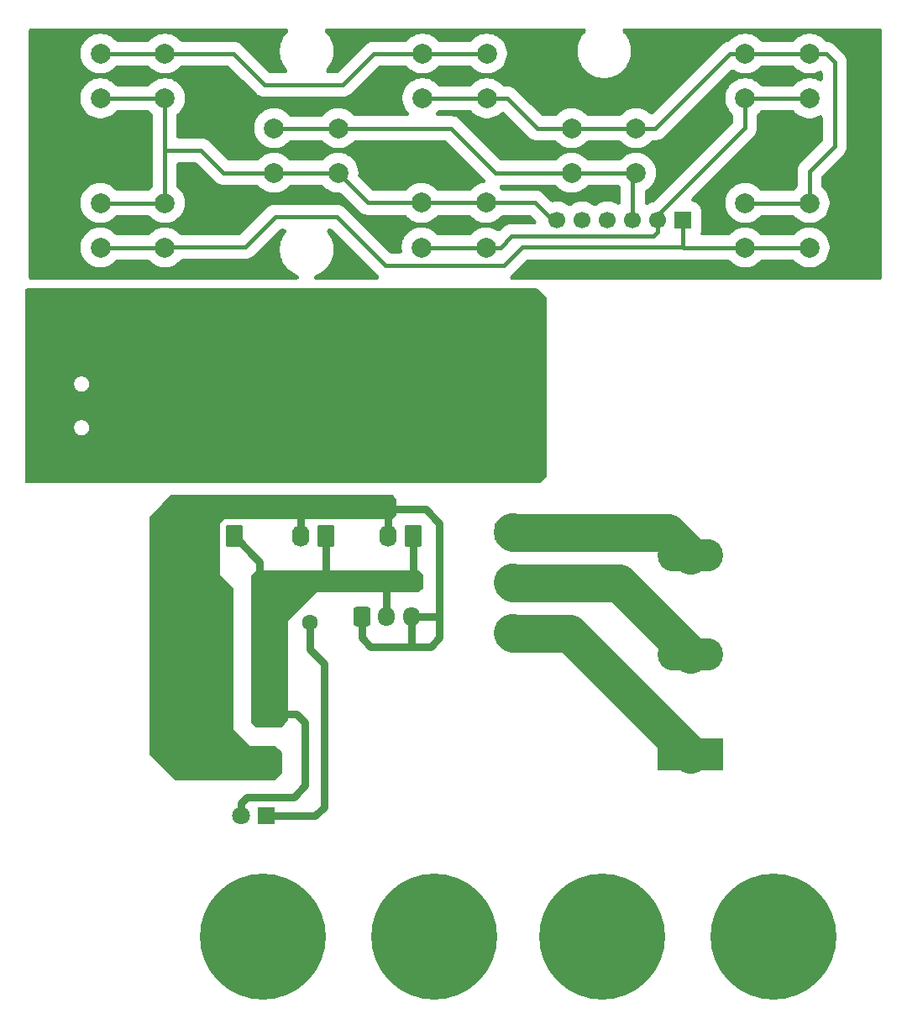
<source format=gbr>
%TF.GenerationSoftware,KiCad,Pcbnew,9.0.3*%
%TF.CreationDate,2025-08-30T18:08:07-03:00*%
%TF.ProjectId,PCB_Integradora,5043425f-496e-4746-9567-7261646f7261,rev?*%
%TF.SameCoordinates,Original*%
%TF.FileFunction,Copper,L2,Bot*%
%TF.FilePolarity,Positive*%
%FSLAX46Y46*%
G04 Gerber Fmt 4.6, Leading zero omitted, Abs format (unit mm)*
G04 Created by KiCad (PCBNEW 9.0.3) date 2025-08-30 18:08:07*
%MOMM*%
%LPD*%
G01*
G04 APERTURE LIST*
G04 Aperture macros list*
%AMRoundRect*
0 Rectangle with rounded corners*
0 $1 Rounding radius*
0 $2 $3 $4 $5 $6 $7 $8 $9 X,Y pos of 4 corners*
0 Add a 4 corners polygon primitive as box body*
4,1,4,$2,$3,$4,$5,$6,$7,$8,$9,$2,$3,0*
0 Add four circle primitives for the rounded corners*
1,1,$1+$1,$2,$3*
1,1,$1+$1,$4,$5*
1,1,$1+$1,$6,$7*
1,1,$1+$1,$8,$9*
0 Add four rect primitives between the rounded corners*
20,1,$1+$1,$2,$3,$4,$5,0*
20,1,$1+$1,$4,$5,$6,$7,0*
20,1,$1+$1,$6,$7,$8,$9,0*
20,1,$1+$1,$8,$9,$2,$3,0*%
G04 Aperture macros list end*
%TA.AperFunction,Conductor*%
%ADD10C,0.200000*%
%TD*%
%TA.AperFunction,ComponentPad*%
%ADD11C,2.000000*%
%TD*%
%TA.AperFunction,ComponentPad*%
%ADD12RoundRect,0.250000X-0.600000X-0.725000X0.600000X-0.725000X0.600000X0.725000X-0.600000X0.725000X0*%
%TD*%
%TA.AperFunction,ComponentPad*%
%ADD13O,1.700000X1.950000*%
%TD*%
%TA.AperFunction,ComponentPad*%
%ADD14RoundRect,0.250000X0.620000X0.845000X-0.620000X0.845000X-0.620000X-0.845000X0.620000X-0.845000X0*%
%TD*%
%TA.AperFunction,ComponentPad*%
%ADD15O,1.740000X2.190000*%
%TD*%
%TA.AperFunction,ComponentPad*%
%ADD16R,1.700000X1.700000*%
%TD*%
%TA.AperFunction,ComponentPad*%
%ADD17C,1.700000*%
%TD*%
%TA.AperFunction,ComponentPad*%
%ADD18C,12.700000*%
%TD*%
%TA.AperFunction,ComponentPad*%
%ADD19RoundRect,0.250000X-1.550000X0.650000X-1.550000X-0.650000X1.550000X-0.650000X1.550000X0.650000X0*%
%TD*%
%TA.AperFunction,ComponentPad*%
%ADD20O,3.600000X1.800000*%
%TD*%
%TA.AperFunction,ComponentPad*%
%ADD21R,6.600000X3.300000*%
%TD*%
%TA.AperFunction,ComponentPad*%
%ADD22O,6.600000X3.300000*%
%TD*%
%TA.AperFunction,ComponentPad*%
%ADD23C,1.600000*%
%TD*%
%TA.AperFunction,ComponentPad*%
%ADD24RoundRect,0.250000X-1.050000X1.050000X-1.050000X-1.050000X1.050000X-1.050000X1.050000X1.050000X0*%
%TD*%
%TA.AperFunction,ComponentPad*%
%ADD25C,2.600000*%
%TD*%
%TA.AperFunction,ComponentPad*%
%ADD26R,1.800000X1.800000*%
%TD*%
%TA.AperFunction,ComponentPad*%
%ADD27C,1.800000*%
%TD*%
%TA.AperFunction,ViaPad*%
%ADD28C,0.600000*%
%TD*%
%TA.AperFunction,Conductor*%
%ADD29C,0.762000*%
%TD*%
%TA.AperFunction,Conductor*%
%ADD30C,3.810000*%
%TD*%
%TA.AperFunction,Conductor*%
%ADD31C,0.406400*%
%TD*%
%TA.AperFunction,Conductor*%
%ADD32C,0.355600*%
%TD*%
G04 APERTURE END LIST*
D10*
%TO.N,/Interfaz de conexi\u00F3n/12V_Cnv*%
X109728000Y-88392000D02*
X109728000Y-89662000D01*
X109347000Y-90043000D01*
X99060000Y-90043000D01*
X96139000Y-92964000D01*
X96139000Y-102997000D01*
X95504000Y-103632000D01*
X92964000Y-103632000D01*
X92583000Y-103251000D01*
X92583000Y-88519000D01*
X93091000Y-88011000D01*
X109347000Y-88011000D01*
X109728000Y-88392000D01*
%TA.AperFunction,Conductor*%
G36*
X109728000Y-88392000D02*
G01*
X109728000Y-89662000D01*
X109347000Y-90043000D01*
X99060000Y-90043000D01*
X96139000Y-92964000D01*
X96139000Y-102997000D01*
X95504000Y-103632000D01*
X92964000Y-103632000D01*
X92583000Y-103251000D01*
X92583000Y-88519000D01*
X93091000Y-88011000D01*
X109347000Y-88011000D01*
X109728000Y-88392000D01*
G37*
%TD.AperFunction*%
%TO.N,/Interfaz de conexi\u00F3n/Gnd_Cnv*%
X107061000Y-80772000D02*
X107061000Y-82296000D01*
X106680000Y-82677000D01*
X89821000Y-82677000D01*
X89321000Y-83177000D01*
X89321000Y-88358750D01*
X90639000Y-89750000D01*
X90639000Y-103974000D01*
X92329000Y-105664000D01*
X94869000Y-105664000D01*
X95504000Y-106299000D01*
X95504000Y-108331000D01*
X94869000Y-108966000D01*
X84892000Y-108966000D01*
X82344000Y-106418000D01*
X82344000Y-82534000D01*
X84487000Y-80391000D01*
X106680000Y-80391000D01*
X107061000Y-80772000D01*
%TA.AperFunction,Conductor*%
G36*
X107061000Y-80772000D02*
G01*
X107061000Y-82296000D01*
X106680000Y-82677000D01*
X89821000Y-82677000D01*
X89321000Y-83177000D01*
X89321000Y-88358750D01*
X90639000Y-89750000D01*
X90639000Y-103974000D01*
X92329000Y-105664000D01*
X94869000Y-105664000D01*
X95504000Y-106299000D01*
X95504000Y-108331000D01*
X94869000Y-108966000D01*
X84892000Y-108966000D01*
X82344000Y-106418000D01*
X82344000Y-82534000D01*
X84487000Y-80391000D01*
X106680000Y-80391000D01*
X107061000Y-80772000D01*
G37*
%TD.AperFunction*%
%TD*%
D11*
%TO.P,SW6,1,1*%
%TO.N,/Interfaz HMI/Matrix_4*%
X142300000Y-35800000D03*
X148800000Y-35800000D03*
%TO.P,SW6,2,2*%
%TO.N,/Interfaz HMI/Matrix_1*%
X142300000Y-40300000D03*
X148800000Y-40300000D03*
%TD*%
D12*
%TO.P,Micro_Pwr1,1,Pin_1*%
%TO.N,/Interfaz de conexi\u00F3n/Gnd_Cnv*%
X103635800Y-92532200D03*
D13*
%TO.P,Micro_Pwr1,2,Pin_2*%
%TO.N,/Interfaz de conexi\u00F3n/12V_Cnv*%
X106135800Y-92532200D03*
%TO.P,Micro_Pwr1,3,Pin_3*%
%TO.N,/Interfaz de conexi\u00F3n/Gnd_Cnv*%
X108635800Y-92532200D03*
%TD*%
D11*
%TO.P,SW4,1,1*%
%TO.N,/Interfaz HMI/Matrix_4*%
X124814400Y-43318400D03*
X131314400Y-43318400D03*
%TO.P,SW4,2,2*%
%TO.N,/Interfaz HMI/Matrix_2*%
X124814400Y-47818400D03*
X131314400Y-47818400D03*
%TD*%
D14*
%TO.P,Inv_Pwr1,1,Pin_1*%
%TO.N,/Interfaz de conexi\u00F3n/12V_Cnv*%
X90788000Y-84455000D03*
D15*
%TO.P,Inv_Pwr1,2,Pin_2*%
%TO.N,/Interfaz de conexi\u00F3n/Gnd_Cnv*%
X88248000Y-84455000D03*
%TD*%
D16*
%TO.P,J1,1,Pin_1*%
%TO.N,/Interfaz HMI/Matrix_0*%
X136040000Y-52578800D03*
D17*
%TO.P,J1,2,Pin_2*%
%TO.N,/Interfaz HMI/Matrix_1*%
X133500000Y-52578800D03*
%TO.P,J1,3,Pin_3*%
%TO.N,/Interfaz HMI/Matrix_2*%
X130960000Y-52578800D03*
%TO.P,J1,4,Pin_4*%
%TO.N,/Interfaz HMI/Matrix_3*%
X128420000Y-52578800D03*
%TO.P,J1,5,Pin_5*%
%TO.N,/Interfaz HMI/Matrix_4*%
X125880000Y-52578800D03*
%TO.P,J1,6,Pin_6*%
%TO.N,/Interfaz HMI/Matrix_5*%
X123340000Y-52578800D03*
%TD*%
D18*
%TO.P,Pw_In-1,1,Pin_1*%
%TO.N,unconnected-(Pw_In-1-Pin_1-Pad1)*%
X127850000Y-124802000D03*
%TO.P,Pw_In-1,2,Pin_2*%
%TO.N,unconnected-(Pw_In-1-Pin_2-Pad2)*%
X145122000Y-124802000D03*
%TD*%
D19*
%TO.P,Motor_Out1,1,Pin_1*%
%TO.N,Net-(Motor_Out1-Pin_1)*%
X118833000Y-84035000D03*
D20*
%TO.P,Motor_Out1,2,Pin_2*%
%TO.N,Net-(Motor_Out1-Pin_2)*%
X118833000Y-89115000D03*
%TO.P,Motor_Out1,3,Pin_3*%
%TO.N,Net-(Motor_Out1-Pin_3)*%
X118833000Y-94195000D03*
%TD*%
D21*
%TO.P,Motor_Pwr1,1,Pin_1*%
%TO.N,Net-(Motor_Out1-Pin_3)*%
X136779000Y-106393000D03*
D22*
%TO.P,Motor_Pwr1,2,Pin_2*%
%TO.N,Net-(Motor_Out1-Pin_2)*%
X136779000Y-96393000D03*
%TO.P,Motor_Pwr1,3,Pin_3*%
%TO.N,Net-(Motor_Out1-Pin_1)*%
X136779000Y-86393000D03*
%TD*%
D23*
%TO.P,R5,1*%
%TO.N,Net-(D3-K)*%
X98386000Y-93179000D03*
%TO.P,R5,2*%
%TO.N,/Interfaz de conexi\u00F3n/Gnd_Cnv*%
X88226000Y-93179000D03*
%TD*%
D14*
%TO.P,Cnv_Pwr1,1,Pin_1*%
%TO.N,/Interfaz de conexi\u00F3n/12V_Cnv*%
X100037000Y-84416000D03*
D15*
%TO.P,Cnv_Pwr1,2,Pin_2*%
%TO.N,/Interfaz de conexi\u00F3n/Gnd_Cnv*%
X97497000Y-84416000D03*
%TD*%
D14*
%TO.P,Cooler1,1,Pin_1*%
%TO.N,/Interfaz de conexi\u00F3n/12V_Cnv*%
X108800000Y-84455000D03*
D15*
%TO.P,Cooler1,2,Pin_2*%
%TO.N,/Interfaz de conexi\u00F3n/Gnd_Cnv*%
X106260000Y-84455000D03*
%TD*%
D24*
%TO.P,12V_Pwr1,1,Pin_1*%
%TO.N,/Interfaz de conexi\u00F3n/12V_Cnv*%
X94061500Y-102402000D03*
D25*
%TO.P,12V_Pwr1,2,Pin_2*%
%TO.N,/Interfaz de conexi\u00F3n/Gnd_Cnv*%
X94061500Y-107402000D03*
%TD*%
D11*
%TO.P,SW8,1,1*%
%TO.N,/Interfaz HMI/Matrix_4*%
X142300000Y-50851600D03*
X148800000Y-50851600D03*
%TO.P,SW8,2,2*%
%TO.N,/Interfaz HMI/Matrix_0*%
X142300000Y-55351600D03*
X148800000Y-55351600D03*
%TD*%
%TO.P,SW3,1,1*%
%TO.N,/Interfaz HMI/Matrix_5*%
X101300000Y-47818400D03*
X94800000Y-47818400D03*
%TO.P,SW3,2,2*%
%TO.N,/Interfaz HMI/Matrix_2*%
X101300000Y-43318400D03*
X94800000Y-43318400D03*
%TD*%
D18*
%TO.P,Pw_In+1,1,Pin_1*%
%TO.N,unconnected-(Pw_In+1-Pin_1-Pad1)*%
X93687000Y-124802000D03*
%TO.P,Pw_In+1,2,Pin_2*%
%TO.N,unconnected-(Pw_In+1-Pin_2-Pad2)*%
X110959000Y-124802000D03*
%TD*%
D11*
%TO.P,SW7,1,1*%
%TO.N,/Interfaz HMI/Matrix_5*%
X77300000Y-50851600D03*
X83800000Y-50851600D03*
%TO.P,SW7,2,2*%
%TO.N,/Interfaz HMI/Matrix_0*%
X77300000Y-55351600D03*
X83800000Y-55351600D03*
%TD*%
%TO.P,SW2,1,1*%
%TO.N,/Interfaz HMI/Matrix_4*%
X116277600Y-40300000D03*
X109777600Y-40300000D03*
%TO.P,SW2,2,2*%
%TO.N,/Interfaz HMI/Matrix_3*%
X116277600Y-35800000D03*
X109777600Y-35800000D03*
%TD*%
%TO.P,SW1,1,1*%
%TO.N,/Interfaz HMI/Matrix_5*%
X83800000Y-40300000D03*
X77300000Y-40300000D03*
%TO.P,SW1,2,2*%
%TO.N,/Interfaz HMI/Matrix_3*%
X83800000Y-35800000D03*
X77300000Y-35800000D03*
%TD*%
D26*
%TO.P,D3,1,K*%
%TO.N,Net-(D3-K)*%
X93980000Y-112649000D03*
D27*
%TO.P,D3,2,A*%
%TO.N,/Interfaz de conexi\u00F3n/12V_Cnv*%
X91440000Y-112649000D03*
%TD*%
D11*
%TO.P,SW5,1,1*%
%TO.N,/Interfaz HMI/Matrix_5*%
X109676000Y-50836800D03*
X116176000Y-50836800D03*
%TO.P,SW5,2,2*%
%TO.N,/Interfaz HMI/Matrix_1*%
X109676000Y-55336800D03*
X116176000Y-55336800D03*
%TD*%
D28*
%TO.N,GND*%
X89471600Y-76532400D03*
X104813200Y-71960400D03*
X92316400Y-67286800D03*
X80378400Y-75750000D03*
X109842400Y-63426000D03*
X112890400Y-62714800D03*
X80480000Y-67134400D03*
%TD*%
D29*
%TO.N,/Interfaz de conexi\u00F3n/Gnd_Cnv*%
X111467000Y-92506800D02*
X111467000Y-83146000D01*
X104532800Y-95592000D02*
X108661200Y-95592000D01*
X103632000Y-94691200D02*
X104532800Y-95592000D01*
X110070000Y-81749000D02*
X106006000Y-81749000D01*
X97497000Y-84416000D02*
X97497000Y-82081000D01*
X103632000Y-92536000D02*
X103632000Y-94691200D01*
X111467000Y-94703000D02*
X111467000Y-92506800D01*
X111467000Y-92506800D02*
X111441600Y-92532200D01*
X103635800Y-92532200D02*
X103632000Y-92536000D01*
X111441600Y-92532200D02*
X108635800Y-92532200D01*
X108661200Y-95592000D02*
X110578000Y-95592000D01*
X111467000Y-83146000D02*
X110070000Y-81749000D01*
X106260000Y-84455000D02*
X106260000Y-81749000D01*
X108635800Y-95566600D02*
X108661200Y-95592000D01*
X110578000Y-95592000D02*
X111467000Y-94703000D01*
X108635800Y-92532200D02*
X108635800Y-95566600D01*
X106260000Y-81749000D02*
X106045000Y-81534000D01*
D30*
%TO.N,Net-(Motor_Out1-Pin_1)*%
X134460000Y-84074000D02*
X136779000Y-86393000D01*
X118833000Y-84035000D02*
X118872000Y-84074000D01*
X118872000Y-84074000D02*
X134460000Y-84074000D01*
%TO.N,Net-(Motor_Out1-Pin_3)*%
X118833000Y-94195000D02*
X118872000Y-94234000D01*
X124620000Y-94234000D02*
X136779000Y-106393000D01*
X118872000Y-94234000D02*
X124620000Y-94234000D01*
%TO.N,Net-(Motor_Out1-Pin_2)*%
X118833000Y-89115000D02*
X118872000Y-89154000D01*
X118872000Y-89154000D02*
X129540000Y-89154000D01*
X129540000Y-89154000D02*
X136779000Y-96393000D01*
D29*
%TO.N,/Interfaz de conexi\u00F3n/12V_Cnv*%
X108800000Y-84455000D02*
X108800000Y-88480000D01*
X91440000Y-111379000D02*
X91440000Y-112649000D01*
X97068000Y-102402000D02*
X97917000Y-103251000D01*
X93345000Y-87012000D02*
X93345000Y-89281000D01*
X97917000Y-109601000D02*
X96774000Y-110744000D01*
X93345000Y-89281000D02*
X94488000Y-90424000D01*
X92075000Y-110744000D02*
X91440000Y-111379000D01*
X108253000Y-89027000D02*
X107315000Y-89027000D01*
X97917000Y-103251000D02*
X97917000Y-109601000D01*
X108800000Y-88480000D02*
X108253000Y-89027000D01*
X100037000Y-84416000D02*
X100037000Y-89242000D01*
X96774000Y-110744000D02*
X92075000Y-110744000D01*
X106135800Y-92532200D02*
X106135800Y-89168600D01*
X94061500Y-102402000D02*
X97068000Y-102402000D01*
X90788000Y-84455000D02*
X93345000Y-87012000D01*
D31*
%TO.N,/Interfaz HMI/Matrix_0*%
X142300000Y-55351600D02*
X142285200Y-55336800D01*
X83800000Y-55351600D02*
X83865600Y-55286000D01*
X118006000Y-57150800D02*
X119834800Y-55322000D01*
X83865600Y-55286000D02*
X91880000Y-55286000D01*
X77300000Y-55351600D02*
X83800000Y-55351600D01*
X94914400Y-52251600D02*
X101118000Y-52251600D01*
X106017200Y-57150800D02*
X118006000Y-57150800D01*
X136105600Y-55336800D02*
X136040000Y-55271200D01*
X91880000Y-55286000D02*
X94914400Y-52251600D01*
X119834800Y-55322000D02*
X135938400Y-55322000D01*
X148800000Y-55351600D02*
X142300000Y-55351600D01*
X142285200Y-55336800D02*
X136105600Y-55336800D01*
X136040000Y-55271200D02*
X136040000Y-52578800D01*
X136040000Y-55220400D02*
X136040000Y-52578800D01*
X101118000Y-52251600D02*
X106017200Y-57150800D01*
X135938400Y-55322000D02*
X136040000Y-55220400D01*
%TO.N,/Interfaz HMI/Matrix_4*%
X148789600Y-50841200D02*
X148789600Y-47652400D01*
X109777600Y-40300000D02*
X116277600Y-40300000D01*
X140779200Y-35800000D02*
X133260800Y-43318400D01*
X148800000Y-35800000D02*
X142300000Y-35800000D01*
X150452400Y-35800000D02*
X148800000Y-35800000D01*
X148800000Y-50851600D02*
X142300000Y-50851600D01*
X148789600Y-47652400D02*
X151330800Y-45111200D01*
X151330800Y-36678400D02*
X150452400Y-35800000D01*
X142300000Y-35800000D02*
X140779200Y-35800000D01*
X124814400Y-43318400D02*
X131314400Y-43318400D01*
X121344000Y-43318400D02*
X124814400Y-43318400D01*
X133260800Y-43318400D02*
X131314400Y-43318400D01*
X116277600Y-40300000D02*
X118325600Y-40300000D01*
X148800000Y-50851600D02*
X148789600Y-50841200D01*
X151330800Y-45111200D02*
X151330800Y-36678400D01*
X118325600Y-40300000D02*
X121344000Y-43318400D01*
%TO.N,/Interfaz HMI/Matrix_2*%
X130960000Y-52578800D02*
X130960000Y-48172800D01*
X112657200Y-43318400D02*
X101300000Y-43318400D01*
X94860000Y-43351600D02*
X101020000Y-43351600D01*
X131314400Y-47818400D02*
X124814400Y-47818400D01*
X94690000Y-43521600D02*
X94860000Y-43351600D01*
X124814400Y-47818400D02*
X117157200Y-47818400D01*
X130960000Y-48172800D02*
X131314400Y-47818400D01*
X101020000Y-43351600D02*
X101190000Y-43521600D01*
X117157200Y-47818400D02*
X112657200Y-43318400D01*
%TO.N,/Interfaz HMI/Matrix_5*%
X83765600Y-45543000D02*
X83765600Y-50751600D01*
X77300000Y-40300000D02*
X83800000Y-40300000D01*
X94740800Y-47818400D02*
X94800000Y-47818400D01*
X104259200Y-50836800D02*
X101300000Y-47877600D01*
X94800000Y-47818400D02*
X101300000Y-47818400D01*
X109676000Y-50836800D02*
X116176000Y-50836800D01*
X87449800Y-45543000D02*
X89710400Y-47803600D01*
X83765600Y-50751600D02*
X83800000Y-50786000D01*
X94726000Y-47803600D02*
X94740800Y-47818400D01*
X116176000Y-50836800D02*
X121140800Y-50836800D01*
X83800000Y-40300000D02*
X83765600Y-40334400D01*
X109676000Y-50836800D02*
X104259200Y-50836800D01*
X83800000Y-50786000D02*
X83800000Y-50851600D01*
X101300000Y-47877600D02*
X101300000Y-47818400D01*
X83765600Y-45543000D02*
X87449800Y-45543000D01*
X77300000Y-50851600D02*
X83800000Y-50851600D01*
X122882800Y-52578800D02*
X123340000Y-52578800D01*
X89710400Y-47803600D02*
X94726000Y-47803600D01*
X83765600Y-40334400D02*
X83765600Y-45543000D01*
X121140800Y-50836800D02*
X122882800Y-52578800D01*
%TO.N,/Interfaz HMI/Matrix_1*%
X142300000Y-40300000D02*
X148800000Y-40300000D01*
X118746800Y-54204400D02*
X133042800Y-54204400D01*
X133500000Y-52070800D02*
X142289600Y-43281200D01*
X142289600Y-40310400D02*
X142300000Y-40300000D01*
X116176000Y-55336800D02*
X117614400Y-55336800D01*
X133500000Y-52578800D02*
X133500000Y-52070800D01*
X117614400Y-55336800D02*
X118746800Y-54204400D01*
X133042800Y-54204400D02*
X133500000Y-53747200D01*
X142289600Y-43281200D02*
X142289600Y-40310400D01*
X133500000Y-53747200D02*
X133500000Y-52578800D01*
X109676000Y-55336800D02*
X116176000Y-55336800D01*
%TO.N,/Interfaz HMI/Matrix_3*%
X104863600Y-35800000D02*
X109777600Y-35800000D01*
X109777600Y-35800000D02*
X116277600Y-35800000D01*
X93890800Y-38964400D02*
X101699200Y-38964400D01*
X77300000Y-35800000D02*
X83800000Y-35800000D01*
X83800000Y-35800000D02*
X90726400Y-35800000D01*
X101699200Y-38964400D02*
X104863600Y-35800000D01*
X90726400Y-35800000D02*
X93890800Y-38964400D01*
%TO.N,GND*%
X96593600Y-70588800D02*
X95222000Y-69217200D01*
D32*
X92316400Y-67286800D02*
X93291600Y-67286800D01*
D31*
X112179200Y-63426000D02*
X109842400Y-63426000D01*
X95222000Y-69217200D02*
X88689200Y-75750000D01*
X80378400Y-75750000D02*
X88689200Y-75750000D01*
X109842400Y-63426000D02*
X109842400Y-64188000D01*
D32*
X93291600Y-67286800D02*
X95222000Y-69217200D01*
D31*
X80378400Y-67236000D02*
X80378400Y-75750000D01*
X112890400Y-62714800D02*
X112179200Y-63426000D01*
X104813200Y-71960400D02*
X103441600Y-70588800D01*
X103441600Y-70588800D02*
X96593600Y-70588800D01*
X80480000Y-67134400D02*
X80378400Y-67236000D01*
X109842400Y-64188000D02*
X103441600Y-70588800D01*
X88689200Y-75750000D02*
X89471600Y-76532400D01*
D29*
%TO.N,Net-(D3-K)*%
X98386000Y-95846000D02*
X98386000Y-93179000D01*
X93980000Y-112649000D02*
X98933000Y-112649000D01*
X99822000Y-111760000D02*
X99822000Y-97282000D01*
X98933000Y-112649000D02*
X99822000Y-111760000D01*
X99822000Y-97282000D02*
X98386000Y-95846000D01*
%TD*%
%TA.AperFunction,Conductor*%
%TO.N,GND*%
G36*
X96085765Y-33259854D02*
G01*
X96166547Y-33313830D01*
X96220523Y-33394612D01*
X96239477Y-33489900D01*
X96220523Y-33585188D01*
X96166547Y-33665970D01*
X96083225Y-33749291D01*
X96083218Y-33749299D01*
X95894107Y-33986436D01*
X95732741Y-34243248D01*
X95732728Y-34243272D01*
X95601129Y-34516540D01*
X95500955Y-34802825D01*
X95433461Y-35098531D01*
X95433459Y-35098542D01*
X95399500Y-35399928D01*
X95399500Y-35703271D01*
X95433459Y-36004657D01*
X95433460Y-36004663D01*
X95500954Y-36300372D01*
X95500955Y-36300374D01*
X95601129Y-36586659D01*
X95601132Y-36586665D01*
X95732735Y-36859941D01*
X95732739Y-36859947D01*
X95732741Y-36859951D01*
X95894107Y-37116763D01*
X96085252Y-37356451D01*
X96129844Y-37442768D01*
X96138010Y-37539579D01*
X96108507Y-37632146D01*
X96045825Y-37706376D01*
X95959508Y-37750968D01*
X95890576Y-37760700D01*
X94492528Y-37760700D01*
X94397240Y-37741746D01*
X94316458Y-37687770D01*
X93025221Y-36396533D01*
X91510558Y-34881869D01*
X91401768Y-34802828D01*
X91357278Y-34770504D01*
X91354291Y-34768982D01*
X91188460Y-34684488D01*
X91008267Y-34625939D01*
X91008261Y-34625937D01*
X90821143Y-34596301D01*
X90821136Y-34596300D01*
X90821133Y-34596300D01*
X90821129Y-34596300D01*
X85520736Y-34596300D01*
X85425448Y-34577346D01*
X85344666Y-34523370D01*
X85323193Y-34498885D01*
X85307282Y-34478149D01*
X85121851Y-34292718D01*
X85121846Y-34292714D01*
X85121845Y-34292713D01*
X84913812Y-34133082D01*
X84913798Y-34133073D01*
X84730705Y-34027365D01*
X84686697Y-34001957D01*
X84686695Y-34001956D01*
X84686693Y-34001955D01*
X84686689Y-34001953D01*
X84444417Y-33901601D01*
X84334730Y-33872211D01*
X84191116Y-33833730D01*
X84191111Y-33833729D01*
X84191114Y-33833729D01*
X83931120Y-33799500D01*
X83668880Y-33799500D01*
X83408887Y-33833729D01*
X83155582Y-33901601D01*
X82913310Y-34001953D01*
X82913306Y-34001955D01*
X82686201Y-34133073D01*
X82686187Y-34133082D01*
X82478154Y-34292713D01*
X82292718Y-34478149D01*
X82276807Y-34498885D01*
X82203760Y-34562942D01*
X82111761Y-34594170D01*
X82079264Y-34596300D01*
X79020736Y-34596300D01*
X78925448Y-34577346D01*
X78844666Y-34523370D01*
X78823193Y-34498885D01*
X78807282Y-34478149D01*
X78621851Y-34292718D01*
X78621846Y-34292714D01*
X78621845Y-34292713D01*
X78413812Y-34133082D01*
X78413798Y-34133073D01*
X78230705Y-34027365D01*
X78186697Y-34001957D01*
X78186695Y-34001956D01*
X78186693Y-34001955D01*
X78186689Y-34001953D01*
X77944417Y-33901601D01*
X77834730Y-33872211D01*
X77691116Y-33833730D01*
X77691111Y-33833729D01*
X77691114Y-33833729D01*
X77431120Y-33799500D01*
X77168880Y-33799500D01*
X76908887Y-33833729D01*
X76655582Y-33901601D01*
X76413310Y-34001953D01*
X76413306Y-34001955D01*
X76186201Y-34133073D01*
X76186187Y-34133082D01*
X75978154Y-34292713D01*
X75792713Y-34478154D01*
X75633082Y-34686187D01*
X75633073Y-34686201D01*
X75501955Y-34913306D01*
X75501953Y-34913310D01*
X75401601Y-35155582D01*
X75333729Y-35408887D01*
X75299500Y-35668880D01*
X75299500Y-35931119D01*
X75333729Y-36191112D01*
X75401601Y-36444417D01*
X75501953Y-36686689D01*
X75501955Y-36686693D01*
X75501957Y-36686697D01*
X75597935Y-36852937D01*
X75633073Y-36913798D01*
X75633082Y-36913812D01*
X75792713Y-37121845D01*
X75792718Y-37121851D01*
X75978149Y-37307282D01*
X75978153Y-37307285D01*
X75978154Y-37307286D01*
X76186187Y-37466917D01*
X76186192Y-37466920D01*
X76186197Y-37466924D01*
X76413303Y-37598043D01*
X76655581Y-37698398D01*
X76908884Y-37766270D01*
X77168880Y-37800500D01*
X77431120Y-37800500D01*
X77691116Y-37766270D01*
X77944419Y-37698398D01*
X78186697Y-37598043D01*
X78413803Y-37466924D01*
X78621851Y-37307282D01*
X78807282Y-37121851D01*
X78823194Y-37101113D01*
X78896240Y-37037058D01*
X78988239Y-37005830D01*
X79020736Y-37003700D01*
X82079264Y-37003700D01*
X82174552Y-37022654D01*
X82255334Y-37076630D01*
X82276803Y-37101111D01*
X82292718Y-37121851D01*
X82478149Y-37307282D01*
X82478153Y-37307285D01*
X82478154Y-37307286D01*
X82686187Y-37466917D01*
X82686192Y-37466920D01*
X82686197Y-37466924D01*
X82913303Y-37598043D01*
X83155581Y-37698398D01*
X83408884Y-37766270D01*
X83668880Y-37800500D01*
X83931120Y-37800500D01*
X84191116Y-37766270D01*
X84444419Y-37698398D01*
X84686697Y-37598043D01*
X84913803Y-37466924D01*
X85121851Y-37307282D01*
X85307282Y-37121851D01*
X85323194Y-37101113D01*
X85396240Y-37037058D01*
X85488239Y-37005830D01*
X85520736Y-37003700D01*
X90124671Y-37003700D01*
X90219959Y-37022654D01*
X90300741Y-37076630D01*
X91644343Y-38420231D01*
X92972666Y-39748554D01*
X92972669Y-39748558D01*
X93106642Y-39882531D01*
X93181508Y-39936924D01*
X93191820Y-39944416D01*
X93191821Y-39944417D01*
X93259921Y-39993895D01*
X93259923Y-39993896D01*
X93428739Y-40079912D01*
X93472929Y-40094270D01*
X93608933Y-40138461D01*
X93608935Y-40138461D01*
X93608937Y-40138462D01*
X93718786Y-40155859D01*
X93796067Y-40168100D01*
X93796071Y-40168100D01*
X101793929Y-40168100D01*
X101793933Y-40168100D01*
X101981067Y-40138461D01*
X102161260Y-40079912D01*
X102330076Y-39993897D01*
X102483358Y-39882531D01*
X105289258Y-37076629D01*
X105370040Y-37022654D01*
X105465328Y-37003700D01*
X108056864Y-37003700D01*
X108152152Y-37022654D01*
X108232934Y-37076630D01*
X108254403Y-37101111D01*
X108270318Y-37121851D01*
X108455749Y-37307282D01*
X108455753Y-37307285D01*
X108455754Y-37307286D01*
X108663787Y-37466917D01*
X108663792Y-37466920D01*
X108663797Y-37466924D01*
X108890903Y-37598043D01*
X109133181Y-37698398D01*
X109386484Y-37766270D01*
X109646480Y-37800500D01*
X109908720Y-37800500D01*
X110168716Y-37766270D01*
X110422019Y-37698398D01*
X110664297Y-37598043D01*
X110891403Y-37466924D01*
X111099451Y-37307282D01*
X111284882Y-37121851D01*
X111300794Y-37101113D01*
X111373840Y-37037058D01*
X111465839Y-37005830D01*
X111498336Y-37003700D01*
X114556864Y-37003700D01*
X114652152Y-37022654D01*
X114732934Y-37076630D01*
X114754403Y-37101111D01*
X114770318Y-37121851D01*
X114955749Y-37307282D01*
X114955753Y-37307285D01*
X114955754Y-37307286D01*
X115163787Y-37466917D01*
X115163792Y-37466920D01*
X115163797Y-37466924D01*
X115390903Y-37598043D01*
X115633181Y-37698398D01*
X115886484Y-37766270D01*
X116146480Y-37800500D01*
X116408720Y-37800500D01*
X116668716Y-37766270D01*
X116922019Y-37698398D01*
X117164297Y-37598043D01*
X117391403Y-37466924D01*
X117599451Y-37307282D01*
X117784882Y-37121851D01*
X117944524Y-36913803D01*
X118075643Y-36686697D01*
X118175998Y-36444419D01*
X118243870Y-36191116D01*
X118278100Y-35931120D01*
X118278100Y-35668880D01*
X118243870Y-35408884D01*
X118175998Y-35155581D01*
X118075643Y-34913303D01*
X117944524Y-34686197D01*
X117944520Y-34686192D01*
X117944517Y-34686187D01*
X117784886Y-34478154D01*
X117784884Y-34478152D01*
X117784882Y-34478149D01*
X117599451Y-34292718D01*
X117599446Y-34292714D01*
X117599445Y-34292713D01*
X117391412Y-34133082D01*
X117391398Y-34133073D01*
X117208305Y-34027365D01*
X117164297Y-34001957D01*
X117164295Y-34001956D01*
X117164293Y-34001955D01*
X117164289Y-34001953D01*
X116922017Y-33901601D01*
X116812330Y-33872211D01*
X116668716Y-33833730D01*
X116668711Y-33833729D01*
X116668714Y-33833729D01*
X116408720Y-33799500D01*
X116146480Y-33799500D01*
X115886487Y-33833729D01*
X115633182Y-33901601D01*
X115390910Y-34001953D01*
X115390906Y-34001955D01*
X115163801Y-34133073D01*
X115163787Y-34133082D01*
X114955754Y-34292713D01*
X114770318Y-34478149D01*
X114754407Y-34498885D01*
X114681360Y-34562942D01*
X114589361Y-34594170D01*
X114556864Y-34596300D01*
X111498336Y-34596300D01*
X111403048Y-34577346D01*
X111322266Y-34523370D01*
X111300793Y-34498885D01*
X111284882Y-34478149D01*
X111099451Y-34292718D01*
X111099446Y-34292714D01*
X111099445Y-34292713D01*
X110891412Y-34133082D01*
X110891398Y-34133073D01*
X110708305Y-34027365D01*
X110664297Y-34001957D01*
X110664295Y-34001956D01*
X110664293Y-34001955D01*
X110664289Y-34001953D01*
X110422017Y-33901601D01*
X110312330Y-33872211D01*
X110168716Y-33833730D01*
X110168711Y-33833729D01*
X110168714Y-33833729D01*
X109908720Y-33799500D01*
X109646480Y-33799500D01*
X109386487Y-33833729D01*
X109133182Y-33901601D01*
X108890910Y-34001953D01*
X108890906Y-34001955D01*
X108663801Y-34133073D01*
X108663787Y-34133082D01*
X108455754Y-34292713D01*
X108270318Y-34478149D01*
X108254407Y-34498885D01*
X108181360Y-34562942D01*
X108089361Y-34594170D01*
X108056864Y-34596300D01*
X104768867Y-34596300D01*
X104768864Y-34596300D01*
X104768856Y-34596301D01*
X104581745Y-34625936D01*
X104581733Y-34625939D01*
X104445725Y-34670130D01*
X104445724Y-34670129D01*
X104401536Y-34684488D01*
X104401534Y-34684489D01*
X104232731Y-34770498D01*
X104232721Y-34770505D01*
X104192220Y-34799929D01*
X104192221Y-34799930D01*
X104079441Y-34881869D01*
X101273541Y-37687770D01*
X101192759Y-37741746D01*
X101097471Y-37760700D01*
X100309424Y-37760700D01*
X100214136Y-37741746D01*
X100133354Y-37687770D01*
X100079378Y-37606988D01*
X100060424Y-37511700D01*
X100079378Y-37416412D01*
X100114748Y-37356451D01*
X100158145Y-37302033D01*
X100305892Y-37116764D01*
X100467265Y-36859941D01*
X100598868Y-36586665D01*
X100699046Y-36300372D01*
X100766540Y-36004663D01*
X100784855Y-35842107D01*
X100800499Y-35703271D01*
X100800500Y-35703256D01*
X100800500Y-35399943D01*
X100800499Y-35399928D01*
X100772967Y-35155581D01*
X100766540Y-35098537D01*
X100699046Y-34802828D01*
X100619763Y-34576250D01*
X100598870Y-34516540D01*
X100580384Y-34478154D01*
X100467265Y-34243259D01*
X100305892Y-33986436D01*
X100116779Y-33749296D01*
X100033453Y-33665970D01*
X99979477Y-33585188D01*
X99960523Y-33489900D01*
X99979477Y-33394612D01*
X100033453Y-33313830D01*
X100114235Y-33259854D01*
X100209523Y-33240900D01*
X125990477Y-33240900D01*
X126085765Y-33259854D01*
X126166547Y-33313830D01*
X126220523Y-33394612D01*
X126239477Y-33489900D01*
X126220523Y-33585188D01*
X126166547Y-33665970D01*
X126083225Y-33749291D01*
X126083218Y-33749299D01*
X125894107Y-33986436D01*
X125732741Y-34243248D01*
X125732728Y-34243272D01*
X125601129Y-34516540D01*
X125500955Y-34802825D01*
X125433461Y-35098531D01*
X125433459Y-35098542D01*
X125399500Y-35399928D01*
X125399500Y-35703271D01*
X125433459Y-36004657D01*
X125433460Y-36004663D01*
X125500954Y-36300372D01*
X125500955Y-36300374D01*
X125601129Y-36586659D01*
X125601132Y-36586665D01*
X125732735Y-36859941D01*
X125732739Y-36859947D01*
X125732741Y-36859951D01*
X125868390Y-37075835D01*
X125894108Y-37116764D01*
X126083221Y-37353904D01*
X126297696Y-37568379D01*
X126534836Y-37757492D01*
X126791659Y-37918865D01*
X127064935Y-38050468D01*
X127064938Y-38050469D01*
X127064940Y-38050470D01*
X127124650Y-38071363D01*
X127351228Y-38150646D01*
X127646937Y-38218140D01*
X127782400Y-38233402D01*
X127948328Y-38252099D01*
X127948343Y-38252100D01*
X128251657Y-38252100D01*
X128251671Y-38252099D01*
X128390507Y-38236455D01*
X128553063Y-38218140D01*
X128848772Y-38150646D01*
X129135065Y-38050468D01*
X129408341Y-37918865D01*
X129665164Y-37757492D01*
X129902304Y-37568379D01*
X130116779Y-37353904D01*
X130305892Y-37116764D01*
X130467265Y-36859941D01*
X130598868Y-36586665D01*
X130699046Y-36300372D01*
X130766540Y-36004663D01*
X130784855Y-35842107D01*
X130800499Y-35703271D01*
X130800500Y-35703256D01*
X130800500Y-35399943D01*
X130800499Y-35399928D01*
X130772967Y-35155581D01*
X130766540Y-35098537D01*
X130699046Y-34802828D01*
X130619763Y-34576250D01*
X130598870Y-34516540D01*
X130580384Y-34478154D01*
X130467265Y-34243259D01*
X130305892Y-33986436D01*
X130116779Y-33749296D01*
X130033453Y-33665970D01*
X129979477Y-33585188D01*
X129960523Y-33489900D01*
X129979477Y-33394612D01*
X130033453Y-33313830D01*
X130114235Y-33259854D01*
X130209523Y-33240900D01*
X155850200Y-33240900D01*
X155945488Y-33259854D01*
X156026270Y-33313830D01*
X156080246Y-33394612D01*
X156099200Y-33489900D01*
X156099200Y-58324200D01*
X156080246Y-58419488D01*
X156026270Y-58500270D01*
X155945488Y-58554246D01*
X155850200Y-58573200D01*
X118862435Y-58573200D01*
X118767147Y-58554246D01*
X118686365Y-58500270D01*
X118632389Y-58419488D01*
X118613435Y-58324200D01*
X118632389Y-58228912D01*
X118686365Y-58148130D01*
X118716076Y-58122755D01*
X118730765Y-58112082D01*
X118790158Y-58068931D01*
X120260459Y-56598630D01*
X120341241Y-56544654D01*
X120436529Y-56525700D01*
X135843667Y-56525700D01*
X135897824Y-56525700D01*
X135936770Y-56528765D01*
X135936775Y-56528765D01*
X135985279Y-56536447D01*
X136010866Y-56540500D01*
X136010867Y-56540500D01*
X140567908Y-56540500D01*
X140663196Y-56559454D01*
X140743978Y-56613430D01*
X140765452Y-56637918D01*
X140791725Y-56672158D01*
X140792718Y-56673451D01*
X140978149Y-56858882D01*
X140978153Y-56858885D01*
X140978154Y-56858886D01*
X141186187Y-57018517D01*
X141186192Y-57018520D01*
X141186197Y-57018524D01*
X141413303Y-57149643D01*
X141655581Y-57249998D01*
X141908884Y-57317870D01*
X142168880Y-57352100D01*
X142431120Y-57352100D01*
X142691116Y-57317870D01*
X142944419Y-57249998D01*
X143186697Y-57149643D01*
X143413803Y-57018524D01*
X143621851Y-56858882D01*
X143807282Y-56673451D01*
X143823194Y-56652713D01*
X143896240Y-56588658D01*
X143988239Y-56557430D01*
X144020736Y-56555300D01*
X147079264Y-56555300D01*
X147174552Y-56574254D01*
X147255334Y-56628230D01*
X147276803Y-56652711D01*
X147292718Y-56673451D01*
X147478149Y-56858882D01*
X147478153Y-56858885D01*
X147478154Y-56858886D01*
X147686187Y-57018517D01*
X147686192Y-57018520D01*
X147686197Y-57018524D01*
X147913303Y-57149643D01*
X148155581Y-57249998D01*
X148408884Y-57317870D01*
X148668880Y-57352100D01*
X148931120Y-57352100D01*
X149191116Y-57317870D01*
X149444419Y-57249998D01*
X149686697Y-57149643D01*
X149913803Y-57018524D01*
X150121851Y-56858882D01*
X150307282Y-56673451D01*
X150466924Y-56465403D01*
X150598043Y-56238297D01*
X150698398Y-55996019D01*
X150766270Y-55742716D01*
X150800500Y-55482720D01*
X150800500Y-55220480D01*
X150766270Y-54960484D01*
X150698398Y-54707181D01*
X150598043Y-54464903D01*
X150466924Y-54237797D01*
X150466920Y-54237792D01*
X150466917Y-54237787D01*
X150307286Y-54029754D01*
X150307285Y-54029753D01*
X150307282Y-54029749D01*
X150121851Y-53844318D01*
X150121846Y-53844314D01*
X150121845Y-53844313D01*
X149913812Y-53684682D01*
X149913798Y-53684673D01*
X149777907Y-53606217D01*
X149686697Y-53553557D01*
X149686695Y-53553556D01*
X149686693Y-53553555D01*
X149686689Y-53553553D01*
X149444417Y-53453201D01*
X149321410Y-53420242D01*
X149191116Y-53385330D01*
X149191111Y-53385329D01*
X149191114Y-53385329D01*
X148931120Y-53351100D01*
X148668880Y-53351100D01*
X148408887Y-53385329D01*
X148155582Y-53453201D01*
X147913310Y-53553553D01*
X147913306Y-53553555D01*
X147686201Y-53684673D01*
X147686187Y-53684682D01*
X147478154Y-53844313D01*
X147292718Y-54029749D01*
X147276807Y-54050485D01*
X147203760Y-54114542D01*
X147111761Y-54145770D01*
X147079264Y-54147900D01*
X144020736Y-54147900D01*
X143925448Y-54128946D01*
X143844666Y-54074970D01*
X143823193Y-54050485D01*
X143807282Y-54029749D01*
X143621851Y-53844318D01*
X143621846Y-53844314D01*
X143621845Y-53844313D01*
X143413812Y-53684682D01*
X143413798Y-53684673D01*
X143277907Y-53606217D01*
X143186697Y-53553557D01*
X143186695Y-53553556D01*
X143186693Y-53553555D01*
X143186689Y-53553553D01*
X142944417Y-53453201D01*
X142821410Y-53420242D01*
X142691116Y-53385330D01*
X142691111Y-53385329D01*
X142691114Y-53385329D01*
X142431120Y-53351100D01*
X142168880Y-53351100D01*
X141908887Y-53385329D01*
X141655582Y-53453201D01*
X141413310Y-53553553D01*
X141413306Y-53553555D01*
X141186201Y-53684673D01*
X141186187Y-53684682D01*
X140978154Y-53844313D01*
X140792716Y-54029751D01*
X140788165Y-54035683D01*
X140715119Y-54099741D01*
X140623120Y-54130970D01*
X140590621Y-54133100D01*
X138059184Y-54133100D01*
X137963896Y-54114146D01*
X137883114Y-54060170D01*
X137829138Y-53979388D01*
X137810184Y-53884100D01*
X137823502Y-53814866D01*
X137820435Y-53813989D01*
X137838946Y-53749296D01*
X137879886Y-53606218D01*
X137890500Y-53486837D01*
X137890499Y-51670764D01*
X137879886Y-51551382D01*
X137823909Y-51355751D01*
X137729698Y-51175393D01*
X137601109Y-51017691D01*
X137443407Y-50889102D01*
X137443402Y-50889099D01*
X137263053Y-50794893D01*
X137263052Y-50794892D01*
X137263049Y-50794891D01*
X137067418Y-50738914D01*
X137059478Y-50736642D01*
X136973081Y-50692205D01*
X136910265Y-50618089D01*
X136880594Y-50525575D01*
X136888585Y-50428749D01*
X136933022Y-50342352D01*
X136951899Y-50321188D01*
X143207731Y-44065358D01*
X143319097Y-43912076D01*
X143405112Y-43743260D01*
X143463661Y-43563067D01*
X143493300Y-43375933D01*
X143493300Y-43186466D01*
X143493300Y-42028716D01*
X143493407Y-42028173D01*
X143493302Y-42027629D01*
X143502891Y-41980496D01*
X143512254Y-41933428D01*
X143512561Y-41932967D01*
X143512672Y-41932425D01*
X143514565Y-41929968D01*
X143566230Y-41852646D01*
X143567001Y-41851880D01*
X143578207Y-41840771D01*
X143621851Y-41807282D01*
X143807282Y-41621851D01*
X143833455Y-41587741D01*
X143845437Y-41575864D01*
X143872151Y-41558181D01*
X143896240Y-41537058D01*
X143912303Y-41531605D01*
X143926453Y-41522240D01*
X143957906Y-41516126D01*
X143988239Y-41505830D01*
X144020736Y-41503700D01*
X147079264Y-41503700D01*
X147174552Y-41522654D01*
X147255334Y-41576630D01*
X147276803Y-41601111D01*
X147292718Y-41621851D01*
X147478149Y-41807282D01*
X147478153Y-41807285D01*
X147478154Y-41807286D01*
X147686187Y-41966917D01*
X147686192Y-41966920D01*
X147686197Y-41966924D01*
X147913303Y-42098043D01*
X147913308Y-42098045D01*
X147913310Y-42098046D01*
X147948374Y-42112570D01*
X148155581Y-42198398D01*
X148408884Y-42266270D01*
X148668880Y-42300500D01*
X148931120Y-42300500D01*
X149191116Y-42266270D01*
X149444419Y-42198398D01*
X149686697Y-42098043D01*
X149753604Y-42059414D01*
X149845598Y-42028186D01*
X149942545Y-42034540D01*
X150029681Y-42077510D01*
X150093740Y-42150555D01*
X150124970Y-42242554D01*
X150127100Y-42275056D01*
X150127100Y-44509471D01*
X150108146Y-44604759D01*
X150054170Y-44685541D01*
X147871463Y-46868248D01*
X147760105Y-47021520D01*
X147760103Y-47021523D01*
X147698055Y-47143303D01*
X147698054Y-47143304D01*
X147674088Y-47190339D01*
X147674087Y-47190341D01*
X147615537Y-47370538D01*
X147585901Y-47557656D01*
X147585900Y-47557671D01*
X147585900Y-49138844D01*
X147576531Y-49185940D01*
X147567389Y-49233056D01*
X147567079Y-49233461D01*
X147566946Y-49234132D01*
X147513791Y-49314089D01*
X147501894Y-49326097D01*
X147478149Y-49344318D01*
X147292718Y-49529749D01*
X147267228Y-49562967D01*
X147256155Y-49574145D01*
X147228678Y-49592690D01*
X147203760Y-49614542D01*
X147188758Y-49619633D01*
X147175626Y-49628498D01*
X147143146Y-49635116D01*
X147111761Y-49645770D01*
X147080958Y-49647788D01*
X147080428Y-49647897D01*
X147080145Y-49647842D01*
X147079264Y-49647900D01*
X144020736Y-49647900D01*
X143925448Y-49628946D01*
X143844666Y-49574970D01*
X143823193Y-49550485D01*
X143807282Y-49529749D01*
X143621851Y-49344318D01*
X143621846Y-49344314D01*
X143621845Y-49344313D01*
X143413812Y-49184682D01*
X143413798Y-49184673D01*
X143331163Y-49136964D01*
X143186697Y-49053557D01*
X143186695Y-49053556D01*
X143186693Y-49053555D01*
X143186689Y-49053553D01*
X142944417Y-48953201D01*
X142834730Y-48923811D01*
X142691116Y-48885330D01*
X142691111Y-48885329D01*
X142691114Y-48885329D01*
X142431120Y-48851100D01*
X142168880Y-48851100D01*
X141908887Y-48885329D01*
X141655582Y-48953201D01*
X141413310Y-49053553D01*
X141413306Y-49053555D01*
X141186201Y-49184673D01*
X141186187Y-49184682D01*
X140978154Y-49344313D01*
X140792713Y-49529754D01*
X140633082Y-49737787D01*
X140633073Y-49737801D01*
X140501955Y-49964906D01*
X140501953Y-49964910D01*
X140401601Y-50207182D01*
X140333729Y-50460487D01*
X140325160Y-50525575D01*
X140299500Y-50720480D01*
X140299500Y-50982720D01*
X140303395Y-51012304D01*
X140333729Y-51242712D01*
X140401601Y-51496017D01*
X140501953Y-51738289D01*
X140501955Y-51738293D01*
X140501957Y-51738297D01*
X140575859Y-51866299D01*
X140633073Y-51965398D01*
X140633082Y-51965412D01*
X140781361Y-52158651D01*
X140792718Y-52173451D01*
X140978149Y-52358882D01*
X140978153Y-52358885D01*
X140978154Y-52358886D01*
X141186187Y-52518517D01*
X141186192Y-52518520D01*
X141186197Y-52518524D01*
X141413303Y-52649643D01*
X141655581Y-52749998D01*
X141908884Y-52817870D01*
X142168880Y-52852100D01*
X142431120Y-52852100D01*
X142691116Y-52817870D01*
X142944419Y-52749998D01*
X143186697Y-52649643D01*
X143413803Y-52518524D01*
X143621851Y-52358882D01*
X143807282Y-52173451D01*
X143823194Y-52152713D01*
X143896240Y-52088658D01*
X143988239Y-52057430D01*
X144020736Y-52055300D01*
X147079264Y-52055300D01*
X147174552Y-52074254D01*
X147255334Y-52128230D01*
X147276803Y-52152711D01*
X147292718Y-52173451D01*
X147478149Y-52358882D01*
X147478153Y-52358885D01*
X147478154Y-52358886D01*
X147686187Y-52518517D01*
X147686192Y-52518520D01*
X147686197Y-52518524D01*
X147913303Y-52649643D01*
X148155581Y-52749998D01*
X148408884Y-52817870D01*
X148668880Y-52852100D01*
X148931120Y-52852100D01*
X149191116Y-52817870D01*
X149444419Y-52749998D01*
X149686697Y-52649643D01*
X149913803Y-52518524D01*
X150121851Y-52358882D01*
X150307282Y-52173451D01*
X150466924Y-51965403D01*
X150598043Y-51738297D01*
X150698398Y-51496019D01*
X150766270Y-51242716D01*
X150800500Y-50982720D01*
X150800500Y-50720480D01*
X150766270Y-50460484D01*
X150698398Y-50207181D01*
X150598043Y-49964903D01*
X150466924Y-49737797D01*
X150466920Y-49737792D01*
X150466917Y-49737787D01*
X150307286Y-49529754D01*
X150307285Y-49529753D01*
X150307282Y-49529749D01*
X150121851Y-49344318D01*
X150090716Y-49320427D01*
X150026659Y-49247382D01*
X149995430Y-49155383D01*
X149993300Y-49122884D01*
X149993300Y-48254128D01*
X150012254Y-48158840D01*
X150066227Y-48078061D01*
X152248931Y-45895358D01*
X152360297Y-45742076D01*
X152446312Y-45573260D01*
X152504861Y-45393067D01*
X152534500Y-45205933D01*
X152534500Y-45016466D01*
X152534500Y-36583667D01*
X152504861Y-36396533D01*
X152446312Y-36216340D01*
X152385957Y-36097886D01*
X152377796Y-36081868D01*
X152377796Y-36081869D01*
X152377795Y-36081867D01*
X152360296Y-36047523D01*
X152329160Y-36004668D01*
X152248936Y-35894248D01*
X152248933Y-35894245D01*
X152248931Y-35894242D01*
X151236558Y-34881869D01*
X151127768Y-34802828D01*
X151083278Y-34770504D01*
X151080291Y-34768982D01*
X150914460Y-34684488D01*
X150734267Y-34625939D01*
X150734261Y-34625937D01*
X150547143Y-34596301D01*
X150547136Y-34596300D01*
X150547133Y-34596300D01*
X150547129Y-34596300D01*
X150520736Y-34596300D01*
X150425448Y-34577346D01*
X150344666Y-34523370D01*
X150323193Y-34498885D01*
X150307282Y-34478149D01*
X150121851Y-34292718D01*
X150121846Y-34292714D01*
X150121845Y-34292713D01*
X149913812Y-34133082D01*
X149913798Y-34133073D01*
X149730705Y-34027365D01*
X149686697Y-34001957D01*
X149686695Y-34001956D01*
X149686693Y-34001955D01*
X149686689Y-34001953D01*
X149444417Y-33901601D01*
X149334730Y-33872211D01*
X149191116Y-33833730D01*
X149191111Y-33833729D01*
X149191114Y-33833729D01*
X148931120Y-33799500D01*
X148668880Y-33799500D01*
X148408887Y-33833729D01*
X148155582Y-33901601D01*
X147913310Y-34001953D01*
X147913306Y-34001955D01*
X147686201Y-34133073D01*
X147686187Y-34133082D01*
X147478154Y-34292713D01*
X147292718Y-34478149D01*
X147276807Y-34498885D01*
X147203760Y-34562942D01*
X147111761Y-34594170D01*
X147079264Y-34596300D01*
X144020736Y-34596300D01*
X143925448Y-34577346D01*
X143844666Y-34523370D01*
X143823193Y-34498885D01*
X143807282Y-34478149D01*
X143621851Y-34292718D01*
X143621846Y-34292714D01*
X143621845Y-34292713D01*
X143413812Y-34133082D01*
X143413798Y-34133073D01*
X143230705Y-34027365D01*
X143186697Y-34001957D01*
X143186695Y-34001956D01*
X143186693Y-34001955D01*
X143186689Y-34001953D01*
X142944417Y-33901601D01*
X142834730Y-33872211D01*
X142691116Y-33833730D01*
X142691111Y-33833729D01*
X142691114Y-33833729D01*
X142431120Y-33799500D01*
X142168880Y-33799500D01*
X141908887Y-33833729D01*
X141655582Y-33901601D01*
X141413310Y-34001953D01*
X141413306Y-34001955D01*
X141186201Y-34133073D01*
X141186187Y-34133082D01*
X140978154Y-34292713D01*
X140792715Y-34478152D01*
X140764964Y-34514318D01*
X140691919Y-34578376D01*
X140606374Y-34608668D01*
X140497343Y-34625936D01*
X140497333Y-34625939D01*
X140361325Y-34670130D01*
X140361324Y-34670129D01*
X140317136Y-34684488D01*
X140317135Y-34684489D01*
X140148323Y-34770503D01*
X140148319Y-34770506D01*
X139995045Y-34881866D01*
X133027091Y-41849819D01*
X132946309Y-41903795D01*
X132851021Y-41922749D01*
X132755733Y-41903795D01*
X132674954Y-41849821D01*
X132636251Y-41811118D01*
X132636246Y-41811114D01*
X132636245Y-41811113D01*
X132428212Y-41651482D01*
X132428198Y-41651473D01*
X132309709Y-41583064D01*
X132201097Y-41520357D01*
X132201095Y-41520356D01*
X132201093Y-41520355D01*
X132201089Y-41520353D01*
X131958817Y-41420001D01*
X131849130Y-41390611D01*
X131705516Y-41352130D01*
X131705511Y-41352129D01*
X131705514Y-41352129D01*
X131445520Y-41317900D01*
X131183280Y-41317900D01*
X130923287Y-41352129D01*
X130669982Y-41420001D01*
X130427710Y-41520353D01*
X130427706Y-41520355D01*
X130200601Y-41651473D01*
X130200587Y-41651482D01*
X129992554Y-41811113D01*
X129807118Y-41996549D01*
X129791207Y-42017285D01*
X129718160Y-42081342D01*
X129626161Y-42112570D01*
X129593664Y-42114700D01*
X126535136Y-42114700D01*
X126439848Y-42095746D01*
X126359066Y-42041770D01*
X126337593Y-42017285D01*
X126328174Y-42005010D01*
X126321682Y-41996549D01*
X126136251Y-41811118D01*
X126136246Y-41811114D01*
X126136245Y-41811113D01*
X125928212Y-41651482D01*
X125928198Y-41651473D01*
X125809709Y-41583064D01*
X125701097Y-41520357D01*
X125701095Y-41520356D01*
X125701093Y-41520355D01*
X125701089Y-41520353D01*
X125458817Y-41420001D01*
X125349130Y-41390611D01*
X125205516Y-41352130D01*
X125205511Y-41352129D01*
X125205514Y-41352129D01*
X124945520Y-41317900D01*
X124683280Y-41317900D01*
X124423287Y-41352129D01*
X124169982Y-41420001D01*
X123927710Y-41520353D01*
X123927706Y-41520355D01*
X123700601Y-41651473D01*
X123700587Y-41651482D01*
X123492554Y-41811113D01*
X123307118Y-41996549D01*
X123291207Y-42017285D01*
X123218160Y-42081342D01*
X123126161Y-42112570D01*
X123093664Y-42114700D01*
X121945729Y-42114700D01*
X121850441Y-42095746D01*
X121769659Y-42041770D01*
X120672306Y-40944417D01*
X119109758Y-39381869D01*
X119109754Y-39381866D01*
X118956478Y-39270504D01*
X118953491Y-39268982D01*
X118787660Y-39184488D01*
X118607467Y-39125939D01*
X118607461Y-39125937D01*
X118420343Y-39096301D01*
X118420336Y-39096300D01*
X118420333Y-39096300D01*
X118420329Y-39096300D01*
X117998336Y-39096300D01*
X117903048Y-39077346D01*
X117822266Y-39023370D01*
X117800793Y-38998885D01*
X117784882Y-38978149D01*
X117599451Y-38792718D01*
X117599446Y-38792714D01*
X117599445Y-38792713D01*
X117391412Y-38633082D01*
X117391398Y-38633073D01*
X117288981Y-38573943D01*
X117164297Y-38501957D01*
X117164295Y-38501956D01*
X117164293Y-38501955D01*
X117164289Y-38501953D01*
X116922017Y-38401601D01*
X116812330Y-38372211D01*
X116668716Y-38333730D01*
X116668711Y-38333729D01*
X116668714Y-38333729D01*
X116408720Y-38299500D01*
X116146480Y-38299500D01*
X115886487Y-38333729D01*
X115633182Y-38401601D01*
X115390910Y-38501953D01*
X115390906Y-38501955D01*
X115163801Y-38633073D01*
X115163787Y-38633082D01*
X114955754Y-38792713D01*
X114770318Y-38978149D01*
X114754407Y-38998885D01*
X114681360Y-39062942D01*
X114589361Y-39094170D01*
X114556864Y-39096300D01*
X111498336Y-39096300D01*
X111403048Y-39077346D01*
X111322266Y-39023370D01*
X111300793Y-38998885D01*
X111284882Y-38978149D01*
X111099451Y-38792718D01*
X111099446Y-38792714D01*
X111099445Y-38792713D01*
X110891412Y-38633082D01*
X110891398Y-38633073D01*
X110788981Y-38573943D01*
X110664297Y-38501957D01*
X110664295Y-38501956D01*
X110664293Y-38501955D01*
X110664289Y-38501953D01*
X110422017Y-38401601D01*
X110312330Y-38372211D01*
X110168716Y-38333730D01*
X110168711Y-38333729D01*
X110168714Y-38333729D01*
X109908720Y-38299500D01*
X109646480Y-38299500D01*
X109386487Y-38333729D01*
X109133182Y-38401601D01*
X108890910Y-38501953D01*
X108890906Y-38501955D01*
X108663801Y-38633073D01*
X108663787Y-38633082D01*
X108455754Y-38792713D01*
X108270313Y-38978154D01*
X108110682Y-39186187D01*
X108110673Y-39186201D01*
X107979555Y-39413306D01*
X107979553Y-39413310D01*
X107879201Y-39655582D01*
X107811329Y-39908887D01*
X107777100Y-40168880D01*
X107777100Y-40431119D01*
X107811329Y-40691112D01*
X107879201Y-40944417D01*
X107979553Y-41186689D01*
X107979555Y-41186693D01*
X108110673Y-41413798D01*
X108110682Y-41413812D01*
X108270313Y-41621845D01*
X108270318Y-41621851D01*
X108338100Y-41689633D01*
X108392074Y-41770412D01*
X108411028Y-41865700D01*
X108392074Y-41960988D01*
X108338098Y-42041770D01*
X108257316Y-42095746D01*
X108162028Y-42114700D01*
X103020736Y-42114700D01*
X102925448Y-42095746D01*
X102844666Y-42041770D01*
X102823193Y-42017285D01*
X102813774Y-42005010D01*
X102807282Y-41996549D01*
X102621851Y-41811118D01*
X102621846Y-41811114D01*
X102621845Y-41811113D01*
X102413812Y-41651482D01*
X102413798Y-41651473D01*
X102295309Y-41583064D01*
X102186697Y-41520357D01*
X102186695Y-41520356D01*
X102186693Y-41520355D01*
X102186689Y-41520353D01*
X101944417Y-41420001D01*
X101834730Y-41390611D01*
X101691116Y-41352130D01*
X101691111Y-41352129D01*
X101691114Y-41352129D01*
X101431120Y-41317900D01*
X101168880Y-41317900D01*
X100908887Y-41352129D01*
X100655582Y-41420001D01*
X100413310Y-41520353D01*
X100413306Y-41520355D01*
X100186201Y-41651473D01*
X100186187Y-41651482D01*
X99978154Y-41811113D01*
X99792716Y-41996551D01*
X99772227Y-42023252D01*
X99753257Y-42047976D01*
X99751333Y-42050483D01*
X99678288Y-42114541D01*
X99586289Y-42145770D01*
X99553789Y-42147900D01*
X96546211Y-42147900D01*
X96450923Y-42128946D01*
X96370141Y-42074970D01*
X96348667Y-42050483D01*
X96307282Y-41996549D01*
X96121851Y-41811118D01*
X96121846Y-41811114D01*
X96121845Y-41811113D01*
X95913812Y-41651482D01*
X95913798Y-41651473D01*
X95795309Y-41583064D01*
X95686697Y-41520357D01*
X95686695Y-41520356D01*
X95686693Y-41520355D01*
X95686689Y-41520353D01*
X95444417Y-41420001D01*
X95334730Y-41390611D01*
X95191116Y-41352130D01*
X95191111Y-41352129D01*
X95191114Y-41352129D01*
X94931120Y-41317900D01*
X94668880Y-41317900D01*
X94408887Y-41352129D01*
X94155582Y-41420001D01*
X93913310Y-41520353D01*
X93913306Y-41520355D01*
X93686201Y-41651473D01*
X93686187Y-41651482D01*
X93478154Y-41811113D01*
X93292713Y-41996554D01*
X93133082Y-42204587D01*
X93133073Y-42204601D01*
X93001955Y-42431706D01*
X93001953Y-42431710D01*
X92901601Y-42673982D01*
X92833729Y-42927287D01*
X92799500Y-43187280D01*
X92799500Y-43449519D01*
X92833729Y-43709512D01*
X92901601Y-43962817D01*
X93001953Y-44205089D01*
X93001955Y-44205093D01*
X93001957Y-44205097D01*
X93020107Y-44236534D01*
X93133073Y-44432198D01*
X93133082Y-44432212D01*
X93292713Y-44640245D01*
X93292718Y-44640251D01*
X93478149Y-44825682D01*
X93478153Y-44825685D01*
X93478154Y-44825686D01*
X93686187Y-44985317D01*
X93686192Y-44985320D01*
X93686197Y-44985324D01*
X93913303Y-45116443D01*
X94155581Y-45216798D01*
X94408884Y-45284670D01*
X94668880Y-45318900D01*
X94931120Y-45318900D01*
X95191116Y-45284670D01*
X95444419Y-45216798D01*
X95686697Y-45116443D01*
X95913803Y-44985324D01*
X96121851Y-44825682D01*
X96307282Y-44640251D01*
X96307292Y-44640236D01*
X96307390Y-44640127D01*
X96307454Y-44640077D01*
X96313045Y-44634487D01*
X96313780Y-44635222D01*
X96384467Y-44580981D01*
X96478311Y-44555833D01*
X96494602Y-44555300D01*
X99605398Y-44555300D01*
X99700686Y-44574254D01*
X99781468Y-44628230D01*
X99792610Y-44640127D01*
X99792713Y-44640245D01*
X99792718Y-44640251D01*
X99978149Y-44825682D01*
X99978153Y-44825685D01*
X99978154Y-44825686D01*
X100186187Y-44985317D01*
X100186192Y-44985320D01*
X100186197Y-44985324D01*
X100413303Y-45116443D01*
X100655581Y-45216798D01*
X100908884Y-45284670D01*
X101168880Y-45318900D01*
X101431120Y-45318900D01*
X101691116Y-45284670D01*
X101944419Y-45216798D01*
X102186697Y-45116443D01*
X102413803Y-44985324D01*
X102621851Y-44825682D01*
X102807282Y-44640251D01*
X102823194Y-44619513D01*
X102896240Y-44555458D01*
X102988239Y-44524230D01*
X103020736Y-44522100D01*
X112055471Y-44522100D01*
X112150759Y-44541054D01*
X112231541Y-44595030D01*
X116065995Y-48429484D01*
X116119969Y-48510263D01*
X116138923Y-48605551D01*
X116119969Y-48700839D01*
X116065993Y-48781621D01*
X115985211Y-48835597D01*
X115922427Y-48852420D01*
X115784897Y-48870527D01*
X115784889Y-48870529D01*
X115784886Y-48870529D01*
X115784884Y-48870530D01*
X115704595Y-48892043D01*
X115531582Y-48938401D01*
X115289310Y-49038753D01*
X115289306Y-49038755D01*
X115062201Y-49169873D01*
X115062187Y-49169882D01*
X114854154Y-49329513D01*
X114854149Y-49329518D01*
X114668718Y-49514949D01*
X114657362Y-49529749D01*
X114652807Y-49535685D01*
X114579760Y-49599742D01*
X114487761Y-49630970D01*
X114455264Y-49633100D01*
X111396736Y-49633100D01*
X111301448Y-49614146D01*
X111220666Y-49560170D01*
X111199193Y-49535685D01*
X111194642Y-49529754D01*
X111183282Y-49514949D01*
X110997851Y-49329518D01*
X110997846Y-49329514D01*
X110997845Y-49329513D01*
X110789812Y-49169882D01*
X110789798Y-49169873D01*
X110649416Y-49088824D01*
X110562697Y-49038757D01*
X110562695Y-49038756D01*
X110562693Y-49038755D01*
X110562689Y-49038753D01*
X110320417Y-48938401D01*
X110210730Y-48909011D01*
X110067116Y-48870530D01*
X110067111Y-48870529D01*
X110067114Y-48870529D01*
X109807120Y-48836300D01*
X109544880Y-48836300D01*
X109284887Y-48870529D01*
X109031582Y-48938401D01*
X108789310Y-49038753D01*
X108789306Y-49038755D01*
X108562201Y-49169873D01*
X108562187Y-49169882D01*
X108354154Y-49329513D01*
X108354149Y-49329518D01*
X108168718Y-49514949D01*
X108157362Y-49529749D01*
X108152807Y-49535685D01*
X108079760Y-49599742D01*
X107987761Y-49630970D01*
X107955264Y-49633100D01*
X104860929Y-49633100D01*
X104765641Y-49614146D01*
X104684859Y-49560170D01*
X103361001Y-48236312D01*
X103307025Y-48155530D01*
X103288071Y-48060242D01*
X103290202Y-48027738D01*
X103300500Y-47949524D01*
X103300500Y-47687280D01*
X103283436Y-47557671D01*
X103266270Y-47427284D01*
X103198398Y-47173981D01*
X103098043Y-46931703D01*
X102966924Y-46704597D01*
X102966920Y-46704592D01*
X102966917Y-46704587D01*
X102807286Y-46496554D01*
X102807285Y-46496553D01*
X102807282Y-46496549D01*
X102621851Y-46311118D01*
X102621846Y-46311114D01*
X102621845Y-46311113D01*
X102413812Y-46151482D01*
X102413798Y-46151473D01*
X102352937Y-46116335D01*
X102186697Y-46020357D01*
X102186695Y-46020356D01*
X102186693Y-46020355D01*
X102186689Y-46020353D01*
X101944417Y-45920001D01*
X101834730Y-45890611D01*
X101691116Y-45852130D01*
X101691111Y-45852129D01*
X101691114Y-45852129D01*
X101431120Y-45817900D01*
X101168880Y-45817900D01*
X100908887Y-45852129D01*
X100655582Y-45920001D01*
X100413310Y-46020353D01*
X100413306Y-46020355D01*
X100186201Y-46151473D01*
X100186187Y-46151482D01*
X99978154Y-46311113D01*
X99792718Y-46496549D01*
X99776807Y-46517285D01*
X99703760Y-46581342D01*
X99611761Y-46612570D01*
X99579264Y-46614700D01*
X96520736Y-46614700D01*
X96425448Y-46595746D01*
X96344666Y-46541770D01*
X96323193Y-46517285D01*
X96311835Y-46502483D01*
X96307282Y-46496549D01*
X96121851Y-46311118D01*
X96121846Y-46311114D01*
X96121845Y-46311113D01*
X95913812Y-46151482D01*
X95913798Y-46151473D01*
X95852937Y-46116335D01*
X95686697Y-46020357D01*
X95686695Y-46020356D01*
X95686693Y-46020355D01*
X95686689Y-46020353D01*
X95444417Y-45920001D01*
X95334730Y-45890611D01*
X95191116Y-45852130D01*
X95191111Y-45852129D01*
X95191114Y-45852129D01*
X94931120Y-45817900D01*
X94668880Y-45817900D01*
X94408887Y-45852129D01*
X94155582Y-45920001D01*
X93913310Y-46020353D01*
X93913306Y-46020355D01*
X93686201Y-46151473D01*
X93686187Y-46151482D01*
X93478154Y-46311113D01*
X93292716Y-46496551D01*
X93288165Y-46502483D01*
X93215119Y-46566541D01*
X93123120Y-46597770D01*
X93090621Y-46599900D01*
X90312129Y-46599900D01*
X90216841Y-46580946D01*
X90136059Y-46526970D01*
X89351165Y-45742076D01*
X88233958Y-44624869D01*
X88226589Y-44619515D01*
X88080678Y-44513504D01*
X88039378Y-44492461D01*
X87911860Y-44427488D01*
X87731667Y-44368939D01*
X87731661Y-44368937D01*
X87544543Y-44339301D01*
X87544536Y-44339300D01*
X87544533Y-44339300D01*
X87544529Y-44339300D01*
X85218300Y-44339300D01*
X85123012Y-44320346D01*
X85042230Y-44266370D01*
X84988254Y-44185588D01*
X84969300Y-44090300D01*
X84969300Y-42047131D01*
X84988254Y-41951843D01*
X85042230Y-41871061D01*
X85066705Y-41849596D01*
X85121851Y-41807282D01*
X85307282Y-41621851D01*
X85466924Y-41413803D01*
X85598043Y-41186697D01*
X85698398Y-40944419D01*
X85766270Y-40691116D01*
X85800500Y-40431120D01*
X85800500Y-40168880D01*
X85766270Y-39908884D01*
X85698398Y-39655581D01*
X85598043Y-39413303D01*
X85466924Y-39186197D01*
X85466920Y-39186192D01*
X85466917Y-39186187D01*
X85307286Y-38978154D01*
X85307285Y-38978153D01*
X85307282Y-38978149D01*
X85121851Y-38792718D01*
X85121846Y-38792714D01*
X85121845Y-38792713D01*
X84913812Y-38633082D01*
X84913798Y-38633073D01*
X84811381Y-38573943D01*
X84686697Y-38501957D01*
X84686695Y-38501956D01*
X84686693Y-38501955D01*
X84686689Y-38501953D01*
X84444417Y-38401601D01*
X84334730Y-38372211D01*
X84191116Y-38333730D01*
X84191111Y-38333729D01*
X84191114Y-38333729D01*
X83931120Y-38299500D01*
X83668880Y-38299500D01*
X83408887Y-38333729D01*
X83155582Y-38401601D01*
X82913310Y-38501953D01*
X82913306Y-38501955D01*
X82686201Y-38633073D01*
X82686187Y-38633082D01*
X82478154Y-38792713D01*
X82292718Y-38978149D01*
X82276807Y-38998885D01*
X82203760Y-39062942D01*
X82111761Y-39094170D01*
X82079264Y-39096300D01*
X79020736Y-39096300D01*
X78925448Y-39077346D01*
X78844666Y-39023370D01*
X78823193Y-38998885D01*
X78807282Y-38978149D01*
X78621851Y-38792718D01*
X78621846Y-38792714D01*
X78621845Y-38792713D01*
X78413812Y-38633082D01*
X78413798Y-38633073D01*
X78311381Y-38573943D01*
X78186697Y-38501957D01*
X78186695Y-38501956D01*
X78186693Y-38501955D01*
X78186689Y-38501953D01*
X77944417Y-38401601D01*
X77834730Y-38372211D01*
X77691116Y-38333730D01*
X77691111Y-38333729D01*
X77691114Y-38333729D01*
X77431120Y-38299500D01*
X77168880Y-38299500D01*
X76908887Y-38333729D01*
X76655582Y-38401601D01*
X76413310Y-38501953D01*
X76413306Y-38501955D01*
X76186201Y-38633073D01*
X76186187Y-38633082D01*
X75978154Y-38792713D01*
X75792713Y-38978154D01*
X75633082Y-39186187D01*
X75633073Y-39186201D01*
X75501955Y-39413306D01*
X75501953Y-39413310D01*
X75401601Y-39655582D01*
X75333729Y-39908887D01*
X75299500Y-40168880D01*
X75299500Y-40431119D01*
X75333729Y-40691112D01*
X75401601Y-40944417D01*
X75501953Y-41186689D01*
X75501955Y-41186693D01*
X75633073Y-41413798D01*
X75633082Y-41413812D01*
X75792713Y-41621845D01*
X75792718Y-41621851D01*
X75978149Y-41807282D01*
X75978153Y-41807285D01*
X75978154Y-41807286D01*
X76186187Y-41966917D01*
X76186192Y-41966920D01*
X76186197Y-41966924D01*
X76413303Y-42098043D01*
X76413308Y-42098045D01*
X76413310Y-42098046D01*
X76448374Y-42112570D01*
X76655581Y-42198398D01*
X76908884Y-42266270D01*
X77168880Y-42300500D01*
X77431120Y-42300500D01*
X77691116Y-42266270D01*
X77944419Y-42198398D01*
X78186697Y-42098043D01*
X78413803Y-41966924D01*
X78621851Y-41807282D01*
X78807282Y-41621851D01*
X78823194Y-41601113D01*
X78896240Y-41537058D01*
X78988239Y-41505830D01*
X79020736Y-41503700D01*
X82079264Y-41503700D01*
X82081154Y-41504076D01*
X82083049Y-41503729D01*
X82128723Y-41513538D01*
X82174552Y-41522654D01*
X82176153Y-41523724D01*
X82178038Y-41524129D01*
X82185714Y-41530112D01*
X82255334Y-41576630D01*
X82257990Y-41579327D01*
X82268029Y-41589676D01*
X82292718Y-41621851D01*
X82478149Y-41807282D01*
X82481936Y-41810187D01*
X82491626Y-41820177D01*
X82512640Y-41852686D01*
X82536211Y-41883398D01*
X82538845Y-41893226D01*
X82544368Y-41901770D01*
X82551341Y-41939846D01*
X82561365Y-41977240D01*
X82561900Y-41993550D01*
X82561900Y-49158050D01*
X82542946Y-49253338D01*
X82488970Y-49334120D01*
X82479161Y-49343306D01*
X82292718Y-49529749D01*
X82276807Y-49550485D01*
X82203760Y-49614542D01*
X82111761Y-49645770D01*
X82079264Y-49647900D01*
X79020736Y-49647900D01*
X78925448Y-49628946D01*
X78844666Y-49574970D01*
X78823193Y-49550485D01*
X78807282Y-49529749D01*
X78621851Y-49344318D01*
X78621846Y-49344314D01*
X78621845Y-49344313D01*
X78413812Y-49184682D01*
X78413798Y-49184673D01*
X78331163Y-49136964D01*
X78186697Y-49053557D01*
X78186695Y-49053556D01*
X78186693Y-49053555D01*
X78186689Y-49053553D01*
X77944417Y-48953201D01*
X77834730Y-48923811D01*
X77691116Y-48885330D01*
X77691111Y-48885329D01*
X77691114Y-48885329D01*
X77431120Y-48851100D01*
X77168880Y-48851100D01*
X76908887Y-48885329D01*
X76655582Y-48953201D01*
X76413310Y-49053553D01*
X76413306Y-49053555D01*
X76186201Y-49184673D01*
X76186187Y-49184682D01*
X75978154Y-49344313D01*
X75792713Y-49529754D01*
X75633082Y-49737787D01*
X75633073Y-49737801D01*
X75501955Y-49964906D01*
X75501953Y-49964910D01*
X75401601Y-50207182D01*
X75333729Y-50460487D01*
X75325160Y-50525575D01*
X75299500Y-50720480D01*
X75299500Y-50982720D01*
X75303395Y-51012304D01*
X75333729Y-51242712D01*
X75401601Y-51496017D01*
X75501953Y-51738289D01*
X75501955Y-51738293D01*
X75501957Y-51738297D01*
X75575859Y-51866299D01*
X75633073Y-51965398D01*
X75633082Y-51965412D01*
X75781361Y-52158651D01*
X75792718Y-52173451D01*
X75978149Y-52358882D01*
X75978153Y-52358885D01*
X75978154Y-52358886D01*
X76186187Y-52518517D01*
X76186192Y-52518520D01*
X76186197Y-52518524D01*
X76413303Y-52649643D01*
X76655581Y-52749998D01*
X76908884Y-52817870D01*
X77168880Y-52852100D01*
X77431120Y-52852100D01*
X77691116Y-52817870D01*
X77944419Y-52749998D01*
X78186697Y-52649643D01*
X78413803Y-52518524D01*
X78621851Y-52358882D01*
X78807282Y-52173451D01*
X78823194Y-52152713D01*
X78896240Y-52088658D01*
X78988239Y-52057430D01*
X79020736Y-52055300D01*
X82079264Y-52055300D01*
X82174552Y-52074254D01*
X82255334Y-52128230D01*
X82276803Y-52152711D01*
X82292718Y-52173451D01*
X82478149Y-52358882D01*
X82478153Y-52358885D01*
X82478154Y-52358886D01*
X82686187Y-52518517D01*
X82686192Y-52518520D01*
X82686197Y-52518524D01*
X82913303Y-52649643D01*
X83155581Y-52749998D01*
X83408884Y-52817870D01*
X83668880Y-52852100D01*
X83931120Y-52852100D01*
X84191116Y-52817870D01*
X84444419Y-52749998D01*
X84686697Y-52649643D01*
X84913803Y-52518524D01*
X85121851Y-52358882D01*
X85307282Y-52173451D01*
X85466924Y-51965403D01*
X85598043Y-51738297D01*
X85698398Y-51496019D01*
X85766270Y-51242716D01*
X85800500Y-50982720D01*
X85800500Y-50720480D01*
X85766270Y-50460484D01*
X85698398Y-50207181D01*
X85598043Y-49964903D01*
X85466924Y-49737797D01*
X85466920Y-49737792D01*
X85466917Y-49737787D01*
X85307286Y-49529754D01*
X85307285Y-49529753D01*
X85307282Y-49529749D01*
X85121851Y-49344318D01*
X85121846Y-49344314D01*
X85121845Y-49344313D01*
X85066715Y-49302009D01*
X85002658Y-49228963D01*
X84971430Y-49136964D01*
X84969300Y-49104467D01*
X84969300Y-46995700D01*
X84988254Y-46900412D01*
X85042230Y-46819630D01*
X85123012Y-46765654D01*
X85218300Y-46746700D01*
X86848071Y-46746700D01*
X86943359Y-46765654D01*
X87024141Y-46819630D01*
X88926242Y-48721731D01*
X88926245Y-48721733D01*
X88926246Y-48721734D01*
X88926248Y-48721736D01*
X89079519Y-48833093D01*
X89079523Y-48833096D01*
X89152991Y-48870530D01*
X89152992Y-48870530D01*
X89248340Y-48919112D01*
X89428533Y-48977661D01*
X89428536Y-48977661D01*
X89428538Y-48977662D01*
X89512116Y-48990899D01*
X89615667Y-49007300D01*
X93067908Y-49007300D01*
X93163196Y-49026254D01*
X93243978Y-49080230D01*
X93265452Y-49104718D01*
X93290195Y-49136964D01*
X93292718Y-49140251D01*
X93478149Y-49325682D01*
X93478153Y-49325685D01*
X93478154Y-49325686D01*
X93686187Y-49485317D01*
X93686192Y-49485320D01*
X93686197Y-49485324D01*
X93913303Y-49616443D01*
X94155581Y-49716798D01*
X94408884Y-49784670D01*
X94668880Y-49818900D01*
X94931120Y-49818900D01*
X95191116Y-49784670D01*
X95444419Y-49716798D01*
X95686697Y-49616443D01*
X95913803Y-49485324D01*
X96121851Y-49325682D01*
X96307282Y-49140251D01*
X96323194Y-49119513D01*
X96396240Y-49055458D01*
X96488239Y-49024230D01*
X96520736Y-49022100D01*
X99579264Y-49022100D01*
X99674552Y-49041054D01*
X99755334Y-49095030D01*
X99776803Y-49119511D01*
X99792718Y-49140251D01*
X99978149Y-49325682D01*
X99978153Y-49325685D01*
X99978154Y-49325686D01*
X100186187Y-49485317D01*
X100186192Y-49485320D01*
X100186197Y-49485324D01*
X100413303Y-49616443D01*
X100655581Y-49716798D01*
X100908884Y-49784670D01*
X101168880Y-49818900D01*
X101435871Y-49818900D01*
X101531159Y-49837854D01*
X101611941Y-49891830D01*
X103475042Y-51754931D01*
X103475045Y-51754933D01*
X103628326Y-51866299D01*
X103707014Y-51906391D01*
X103744834Y-51925661D01*
X103797140Y-51952312D01*
X103977333Y-52010861D01*
X103977336Y-52010861D01*
X103977338Y-52010862D01*
X104060916Y-52024099D01*
X104164467Y-52040500D01*
X107955264Y-52040500D01*
X108050552Y-52059454D01*
X108131334Y-52113430D01*
X108152803Y-52137911D01*
X108168718Y-52158651D01*
X108354149Y-52344082D01*
X108354153Y-52344085D01*
X108354154Y-52344086D01*
X108562187Y-52503717D01*
X108562192Y-52503720D01*
X108562197Y-52503724D01*
X108789303Y-52634843D01*
X108789308Y-52634845D01*
X108789310Y-52634846D01*
X108836614Y-52654440D01*
X109031581Y-52735198D01*
X109284884Y-52803070D01*
X109544880Y-52837300D01*
X109807120Y-52837300D01*
X110067116Y-52803070D01*
X110320419Y-52735198D01*
X110562697Y-52634843D01*
X110789803Y-52503724D01*
X110997851Y-52344082D01*
X111183282Y-52158651D01*
X111199194Y-52137913D01*
X111272240Y-52073858D01*
X111364239Y-52042630D01*
X111396736Y-52040500D01*
X114455264Y-52040500D01*
X114550552Y-52059454D01*
X114631334Y-52113430D01*
X114652803Y-52137911D01*
X114668718Y-52158651D01*
X114854149Y-52344082D01*
X114854153Y-52344085D01*
X114854154Y-52344086D01*
X115062187Y-52503717D01*
X115062192Y-52503720D01*
X115062197Y-52503724D01*
X115289303Y-52634843D01*
X115289308Y-52634845D01*
X115289310Y-52634846D01*
X115336614Y-52654440D01*
X115531581Y-52735198D01*
X115784884Y-52803070D01*
X116044880Y-52837300D01*
X116307120Y-52837300D01*
X116567116Y-52803070D01*
X116820419Y-52735198D01*
X117062697Y-52634843D01*
X117289803Y-52503724D01*
X117497851Y-52344082D01*
X117683282Y-52158651D01*
X117699194Y-52137913D01*
X117772240Y-52073858D01*
X117864239Y-52042630D01*
X117896736Y-52040500D01*
X120539071Y-52040500D01*
X120634359Y-52059454D01*
X120715141Y-52113430D01*
X121177341Y-52575630D01*
X121231317Y-52656412D01*
X121250271Y-52751700D01*
X121231317Y-52846988D01*
X121177341Y-52927770D01*
X121096559Y-52981746D01*
X121001271Y-53000700D01*
X118841533Y-53000700D01*
X118652066Y-53000700D01*
X118633004Y-53003718D01*
X118626472Y-53004753D01*
X118626471Y-53004752D01*
X118464943Y-53030336D01*
X118464936Y-53030338D01*
X118464933Y-53030339D01*
X118328929Y-53074529D01*
X118328926Y-53074530D01*
X118328925Y-53074529D01*
X118284736Y-53088888D01*
X118284734Y-53088889D01*
X118115925Y-53174902D01*
X118077284Y-53202976D01*
X118077276Y-53202983D01*
X118068064Y-53209676D01*
X117962642Y-53286269D01*
X117828669Y-53420242D01*
X117828666Y-53420245D01*
X117822908Y-53426002D01*
X117822892Y-53426017D01*
X117607680Y-53641229D01*
X117526899Y-53695205D01*
X117431610Y-53714159D01*
X117336322Y-53695205D01*
X117293276Y-53672196D01*
X117289808Y-53669878D01*
X117121438Y-53572671D01*
X117062697Y-53538757D01*
X117062695Y-53538756D01*
X117062693Y-53538755D01*
X117062689Y-53538753D01*
X116820417Y-53438401D01*
X116710730Y-53409011D01*
X116567116Y-53370530D01*
X116567111Y-53370529D01*
X116567114Y-53370529D01*
X116307120Y-53336300D01*
X116044880Y-53336300D01*
X115784887Y-53370529D01*
X115531582Y-53438401D01*
X115289310Y-53538753D01*
X115289306Y-53538755D01*
X115062201Y-53669873D01*
X115062187Y-53669882D01*
X114854154Y-53829513D01*
X114854149Y-53829518D01*
X114668718Y-54014949D01*
X114652809Y-54035683D01*
X114652807Y-54035685D01*
X114579760Y-54099742D01*
X114487761Y-54130970D01*
X114455264Y-54133100D01*
X111396736Y-54133100D01*
X111301448Y-54114146D01*
X111220666Y-54060170D01*
X111199193Y-54035685D01*
X111183282Y-54014949D01*
X110997851Y-53829518D01*
X110997846Y-53829514D01*
X110997845Y-53829513D01*
X110789812Y-53669882D01*
X110789798Y-53669873D01*
X110679549Y-53606221D01*
X110562697Y-53538757D01*
X110562695Y-53538756D01*
X110562693Y-53538755D01*
X110562689Y-53538753D01*
X110320417Y-53438401D01*
X110210730Y-53409011D01*
X110067116Y-53370530D01*
X110067111Y-53370529D01*
X110067114Y-53370529D01*
X109807120Y-53336300D01*
X109544880Y-53336300D01*
X109284887Y-53370529D01*
X109031582Y-53438401D01*
X108789310Y-53538753D01*
X108789306Y-53538755D01*
X108562201Y-53669873D01*
X108562187Y-53669882D01*
X108354154Y-53829513D01*
X108168713Y-54014954D01*
X108009082Y-54222987D01*
X108009073Y-54223001D01*
X107877955Y-54450106D01*
X107877953Y-54450110D01*
X107777601Y-54692382D01*
X107709729Y-54945687D01*
X107707781Y-54960484D01*
X107675500Y-55205680D01*
X107675500Y-55467920D01*
X107701525Y-55665600D01*
X107695172Y-55762545D01*
X107652202Y-55849680D01*
X107579157Y-55913740D01*
X107487158Y-55944970D01*
X107454656Y-55947100D01*
X106618929Y-55947100D01*
X106523641Y-55928146D01*
X106442859Y-55874170D01*
X104174906Y-53606217D01*
X101902158Y-51333469D01*
X101902154Y-51333466D01*
X101748873Y-51222100D01*
X101580070Y-51136092D01*
X101580061Y-51136088D01*
X101580060Y-51136088D01*
X101571998Y-51133468D01*
X101571993Y-51133465D01*
X101571993Y-51133467D01*
X101399864Y-51077538D01*
X101399862Y-51077537D01*
X101212743Y-51047901D01*
X101212736Y-51047900D01*
X101212733Y-51047900D01*
X95009133Y-51047900D01*
X94819667Y-51047900D01*
X94819664Y-51047900D01*
X94819656Y-51047901D01*
X94632538Y-51077537D01*
X94452345Y-51136086D01*
X94452342Y-51136087D01*
X94452340Y-51136088D01*
X94375201Y-51175392D01*
X94283521Y-51222104D01*
X94130245Y-51333466D01*
X91454341Y-54009370D01*
X91373559Y-54063346D01*
X91278271Y-54082300D01*
X85462972Y-54082300D01*
X85367684Y-54063346D01*
X85286905Y-54009372D01*
X85121851Y-53844318D01*
X85121846Y-53844314D01*
X85121845Y-53844313D01*
X84913812Y-53684682D01*
X84913798Y-53684673D01*
X84777907Y-53606217D01*
X84686697Y-53553557D01*
X84686695Y-53553556D01*
X84686693Y-53553555D01*
X84686689Y-53553553D01*
X84444417Y-53453201D01*
X84321410Y-53420242D01*
X84191116Y-53385330D01*
X84191111Y-53385329D01*
X84191114Y-53385329D01*
X83931120Y-53351100D01*
X83668880Y-53351100D01*
X83408887Y-53385329D01*
X83155582Y-53453201D01*
X82913310Y-53553553D01*
X82913306Y-53553555D01*
X82686201Y-53684673D01*
X82686187Y-53684682D01*
X82478154Y-53844313D01*
X82292718Y-54029749D01*
X82276807Y-54050485D01*
X82203760Y-54114542D01*
X82111761Y-54145770D01*
X82079264Y-54147900D01*
X79020736Y-54147900D01*
X78925448Y-54128946D01*
X78844666Y-54074970D01*
X78823193Y-54050485D01*
X78807282Y-54029749D01*
X78621851Y-53844318D01*
X78621846Y-53844314D01*
X78621845Y-53844313D01*
X78413812Y-53684682D01*
X78413798Y-53684673D01*
X78277907Y-53606217D01*
X78186697Y-53553557D01*
X78186695Y-53553556D01*
X78186693Y-53553555D01*
X78186689Y-53553553D01*
X77944417Y-53453201D01*
X77821410Y-53420242D01*
X77691116Y-53385330D01*
X77691111Y-53385329D01*
X77691114Y-53385329D01*
X77431120Y-53351100D01*
X77168880Y-53351100D01*
X76908887Y-53385329D01*
X76655582Y-53453201D01*
X76413310Y-53553553D01*
X76413306Y-53553555D01*
X76186201Y-53684673D01*
X76186187Y-53684682D01*
X75978154Y-53844313D01*
X75792713Y-54029754D01*
X75633082Y-54237787D01*
X75633073Y-54237801D01*
X75501955Y-54464906D01*
X75501953Y-54464910D01*
X75401601Y-54707182D01*
X75333729Y-54960487D01*
X75299500Y-55220480D01*
X75299500Y-55482719D01*
X75333729Y-55742712D01*
X75401601Y-55996017D01*
X75501953Y-56238289D01*
X75501955Y-56238293D01*
X75633073Y-56465398D01*
X75633082Y-56465412D01*
X75792713Y-56673445D01*
X75792718Y-56673451D01*
X75978149Y-56858882D01*
X75978153Y-56858885D01*
X75978154Y-56858886D01*
X76186187Y-57018517D01*
X76186192Y-57018520D01*
X76186197Y-57018524D01*
X76413303Y-57149643D01*
X76655581Y-57249998D01*
X76908884Y-57317870D01*
X77168880Y-57352100D01*
X77431120Y-57352100D01*
X77691116Y-57317870D01*
X77944419Y-57249998D01*
X78186697Y-57149643D01*
X78413803Y-57018524D01*
X78621851Y-56858882D01*
X78807282Y-56673451D01*
X78823194Y-56652713D01*
X78896240Y-56588658D01*
X78988239Y-56557430D01*
X79020736Y-56555300D01*
X82079264Y-56555300D01*
X82174552Y-56574254D01*
X82255334Y-56628230D01*
X82276803Y-56652711D01*
X82292718Y-56673451D01*
X82478149Y-56858882D01*
X82478153Y-56858885D01*
X82478154Y-56858886D01*
X82686187Y-57018517D01*
X82686192Y-57018520D01*
X82686197Y-57018524D01*
X82913303Y-57149643D01*
X83155581Y-57249998D01*
X83408884Y-57317870D01*
X83668880Y-57352100D01*
X83931120Y-57352100D01*
X84191116Y-57317870D01*
X84444419Y-57249998D01*
X84686697Y-57149643D01*
X84913803Y-57018524D01*
X85121851Y-56858882D01*
X85307282Y-56673451D01*
X85365894Y-56597066D01*
X85373529Y-56587117D01*
X85446575Y-56523059D01*
X85538574Y-56491830D01*
X85571073Y-56489700D01*
X91974729Y-56489700D01*
X91974733Y-56489700D01*
X92161867Y-56460061D01*
X92342060Y-56401512D01*
X92510876Y-56315497D01*
X92664158Y-56204131D01*
X95340059Y-53528230D01*
X95420841Y-53474254D01*
X95516129Y-53455300D01*
X95800621Y-53455300D01*
X95895909Y-53474254D01*
X95976691Y-53528230D01*
X96030667Y-53609012D01*
X96049621Y-53704300D01*
X96030667Y-53799588D01*
X95995297Y-53859549D01*
X95894107Y-53986436D01*
X95732741Y-54243248D01*
X95732728Y-54243272D01*
X95601129Y-54516540D01*
X95500955Y-54802825D01*
X95433461Y-55098531D01*
X95433459Y-55098542D01*
X95399500Y-55399928D01*
X95399500Y-55703271D01*
X95432486Y-55996019D01*
X95433460Y-56004663D01*
X95500954Y-56300372D01*
X95525998Y-56371945D01*
X95601129Y-56586659D01*
X95642925Y-56673450D01*
X95732735Y-56859941D01*
X95732739Y-56859947D01*
X95732741Y-56859951D01*
X95894107Y-57116763D01*
X95929312Y-57160908D01*
X96083221Y-57353904D01*
X96297696Y-57568379D01*
X96534836Y-57757492D01*
X96791659Y-57918865D01*
X97064935Y-58050468D01*
X97064938Y-58050469D01*
X97064940Y-58050470D01*
X97175547Y-58089173D01*
X97259228Y-58138534D01*
X97317649Y-58216162D01*
X97341916Y-58310238D01*
X97328335Y-58406439D01*
X97278974Y-58490120D01*
X97201346Y-58548541D01*
X97107270Y-58572808D01*
X97093308Y-58573200D01*
X70349400Y-58573200D01*
X70254112Y-58554246D01*
X70173330Y-58500270D01*
X70119354Y-58419488D01*
X70100400Y-58324200D01*
X70100400Y-33489900D01*
X70119354Y-33394612D01*
X70173330Y-33313830D01*
X70254112Y-33259854D01*
X70349400Y-33240900D01*
X95990477Y-33240900D01*
X96085765Y-33259854D01*
G37*
%TD.AperFunction*%
%TA.AperFunction,Conductor*%
G36*
X100611559Y-53474254D02*
G01*
X100692341Y-53528230D01*
X105233042Y-58068931D01*
X105233045Y-58068933D01*
X105307124Y-58122755D01*
X105373073Y-58194099D01*
X105406700Y-58285249D01*
X105402885Y-58382329D01*
X105362210Y-58470559D01*
X105290866Y-58536508D01*
X105199716Y-58570135D01*
X105160765Y-58573200D01*
X99106692Y-58573200D01*
X99011404Y-58554246D01*
X98930622Y-58500270D01*
X98876646Y-58419488D01*
X98857692Y-58324200D01*
X98876646Y-58228912D01*
X98930622Y-58148130D01*
X99011404Y-58094154D01*
X99024453Y-58089173D01*
X99135059Y-58050470D01*
X99135058Y-58050470D01*
X99135065Y-58050468D01*
X99408341Y-57918865D01*
X99665164Y-57757492D01*
X99902304Y-57568379D01*
X100116779Y-57353904D01*
X100305892Y-57116764D01*
X100467265Y-56859941D01*
X100598868Y-56586665D01*
X100699046Y-56300372D01*
X100766540Y-56004663D01*
X100797722Y-55727916D01*
X100800499Y-55703271D01*
X100800500Y-55703256D01*
X100800500Y-55399943D01*
X100800499Y-55399928D01*
X100781802Y-55234000D01*
X100766540Y-55098537D01*
X100699046Y-54802828D01*
X100598868Y-54516535D01*
X100467265Y-54243259D01*
X100305892Y-53986436D01*
X100204703Y-53859549D01*
X100188702Y-53828577D01*
X100169333Y-53799588D01*
X100166582Y-53785758D01*
X100160111Y-53773232D01*
X100157181Y-53738496D01*
X100150379Y-53704300D01*
X100153130Y-53690469D01*
X100151945Y-53676421D01*
X100162531Y-53643205D01*
X100169333Y-53609012D01*
X100177166Y-53597288D01*
X100181448Y-53583854D01*
X100203939Y-53557218D01*
X100223309Y-53528230D01*
X100235034Y-53520395D01*
X100244130Y-53509624D01*
X100275101Y-53493623D01*
X100304091Y-53474254D01*
X100317920Y-53471503D01*
X100330447Y-53465032D01*
X100399379Y-53455300D01*
X100516271Y-53455300D01*
X100611559Y-53474254D01*
G37*
%TD.AperFunction*%
%TA.AperFunction,Conductor*%
G36*
X123188952Y-49041054D02*
G01*
X123269734Y-49095030D01*
X123291203Y-49119511D01*
X123307118Y-49140251D01*
X123492549Y-49325682D01*
X123492553Y-49325685D01*
X123492554Y-49325686D01*
X123700587Y-49485317D01*
X123700592Y-49485320D01*
X123700597Y-49485324D01*
X123927703Y-49616443D01*
X124169981Y-49716798D01*
X124423284Y-49784670D01*
X124683280Y-49818900D01*
X124945520Y-49818900D01*
X125205516Y-49784670D01*
X125458819Y-49716798D01*
X125701097Y-49616443D01*
X125928203Y-49485324D01*
X126136251Y-49325682D01*
X126321682Y-49140251D01*
X126337594Y-49119513D01*
X126410640Y-49055458D01*
X126502639Y-49024230D01*
X126535136Y-49022100D01*
X129507300Y-49022100D01*
X129602588Y-49041054D01*
X129683370Y-49095030D01*
X129737346Y-49175812D01*
X129756300Y-49271100D01*
X129756300Y-50782258D01*
X129737346Y-50877546D01*
X129683370Y-50958328D01*
X129602588Y-51012304D01*
X129507300Y-51031258D01*
X129412012Y-51012304D01*
X129382801Y-50997899D01*
X129240212Y-50915576D01*
X129240201Y-50915570D01*
X129016105Y-50822748D01*
X129016103Y-50822747D01*
X129016100Y-50822746D01*
X129016096Y-50822745D01*
X129016082Y-50822740D01*
X128781795Y-50759963D01*
X128781790Y-50759962D01*
X128541288Y-50728300D01*
X128298712Y-50728300D01*
X128058209Y-50759962D01*
X128058204Y-50759963D01*
X127823917Y-50822740D01*
X127823894Y-50822748D01*
X127599798Y-50915570D01*
X127599782Y-50915578D01*
X127389720Y-51036858D01*
X127389715Y-51036861D01*
X127389711Y-51036864D01*
X127301578Y-51104490D01*
X127214445Y-51147459D01*
X127117498Y-51153813D01*
X127025499Y-51122583D01*
X126998425Y-51104493D01*
X126910289Y-51036864D01*
X126910279Y-51036858D01*
X126700217Y-50915578D01*
X126700201Y-50915570D01*
X126476105Y-50822748D01*
X126476103Y-50822747D01*
X126476100Y-50822746D01*
X126476096Y-50822745D01*
X126476082Y-50822740D01*
X126241795Y-50759963D01*
X126241790Y-50759962D01*
X126001288Y-50728300D01*
X125758712Y-50728300D01*
X125518209Y-50759962D01*
X125518204Y-50759963D01*
X125283917Y-50822740D01*
X125283894Y-50822748D01*
X125059798Y-50915570D01*
X125059782Y-50915578D01*
X124849720Y-51036858D01*
X124849715Y-51036861D01*
X124849711Y-51036864D01*
X124761578Y-51104490D01*
X124674445Y-51147459D01*
X124577498Y-51153813D01*
X124485499Y-51122583D01*
X124458425Y-51104493D01*
X124370289Y-51036864D01*
X124370279Y-51036858D01*
X124160217Y-50915578D01*
X124160201Y-50915570D01*
X123936105Y-50822748D01*
X123936103Y-50822747D01*
X123936100Y-50822746D01*
X123936096Y-50822745D01*
X123936082Y-50822740D01*
X123701795Y-50759963D01*
X123701790Y-50759962D01*
X123461288Y-50728300D01*
X123218712Y-50728300D01*
X122978210Y-50759962D01*
X122949896Y-50767548D01*
X122852949Y-50773899D01*
X122760951Y-50742666D01*
X122709390Y-50703100D01*
X121924959Y-49918670D01*
X121924958Y-49918669D01*
X121771676Y-49807303D01*
X121771677Y-49807303D01*
X121771675Y-49807302D01*
X121602861Y-49721288D01*
X121589042Y-49716798D01*
X121589041Y-49716797D01*
X121589041Y-49716798D01*
X121422664Y-49662738D01*
X121422662Y-49662737D01*
X121235543Y-49633101D01*
X121235536Y-49633100D01*
X121235533Y-49633100D01*
X121235529Y-49633100D01*
X117896736Y-49633100D01*
X117892282Y-49632214D01*
X117887798Y-49632940D01*
X117844789Y-49622767D01*
X117801448Y-49614146D01*
X117797670Y-49611622D01*
X117793252Y-49610577D01*
X117778357Y-49598717D01*
X117720666Y-49560170D01*
X117714460Y-49553736D01*
X117706394Y-49545069D01*
X117683282Y-49514949D01*
X117612342Y-49444009D01*
X117609296Y-49440736D01*
X117586084Y-49403142D01*
X117561526Y-49366388D01*
X117560639Y-49361933D01*
X117558254Y-49358069D01*
X117551192Y-49314440D01*
X117542572Y-49271100D01*
X117543457Y-49266646D01*
X117542732Y-49262162D01*
X117552904Y-49219153D01*
X117561526Y-49175812D01*
X117564049Y-49172034D01*
X117565095Y-49167616D01*
X117590940Y-49131789D01*
X117615502Y-49095030D01*
X117619280Y-49092505D01*
X117621936Y-49088824D01*
X117659529Y-49065612D01*
X117696284Y-49041054D01*
X117700738Y-49040167D01*
X117704603Y-49037782D01*
X117748231Y-49030720D01*
X117791572Y-49022100D01*
X123093664Y-49022100D01*
X123188952Y-49041054D01*
G37*
%TD.AperFunction*%
%TA.AperFunction,Conductor*%
G36*
X147174552Y-37022654D02*
G01*
X147255334Y-37076630D01*
X147276803Y-37101111D01*
X147292718Y-37121851D01*
X147478149Y-37307282D01*
X147478153Y-37307285D01*
X147478154Y-37307286D01*
X147686187Y-37466917D01*
X147686192Y-37466920D01*
X147686197Y-37466924D01*
X147913303Y-37598043D01*
X148155581Y-37698398D01*
X148408884Y-37766270D01*
X148668880Y-37800500D01*
X148931120Y-37800500D01*
X149191116Y-37766270D01*
X149444419Y-37698398D01*
X149686697Y-37598043D01*
X149753604Y-37559414D01*
X149845598Y-37528186D01*
X149942545Y-37534540D01*
X150029681Y-37577510D01*
X150093740Y-37650555D01*
X150124970Y-37742554D01*
X150127100Y-37775056D01*
X150127100Y-38324943D01*
X150108146Y-38420231D01*
X150054170Y-38501013D01*
X149973388Y-38554989D01*
X149878100Y-38573943D01*
X149782812Y-38554989D01*
X149753601Y-38540584D01*
X149686697Y-38501957D01*
X149686695Y-38501956D01*
X149686693Y-38501955D01*
X149686689Y-38501953D01*
X149444417Y-38401601D01*
X149334730Y-38372211D01*
X149191116Y-38333730D01*
X149191111Y-38333729D01*
X149191114Y-38333729D01*
X148931120Y-38299500D01*
X148668880Y-38299500D01*
X148408887Y-38333729D01*
X148155582Y-38401601D01*
X147913310Y-38501953D01*
X147913306Y-38501955D01*
X147686201Y-38633073D01*
X147686187Y-38633082D01*
X147478154Y-38792713D01*
X147292718Y-38978149D01*
X147276807Y-38998885D01*
X147203760Y-39062942D01*
X147111761Y-39094170D01*
X147079264Y-39096300D01*
X144020736Y-39096300D01*
X143925448Y-39077346D01*
X143844666Y-39023370D01*
X143823193Y-38998885D01*
X143807282Y-38978149D01*
X143621851Y-38792718D01*
X143621846Y-38792714D01*
X143621845Y-38792713D01*
X143413812Y-38633082D01*
X143413798Y-38633073D01*
X143311381Y-38573943D01*
X143186697Y-38501957D01*
X143186695Y-38501956D01*
X143186693Y-38501955D01*
X143186689Y-38501953D01*
X142944417Y-38401601D01*
X142834730Y-38372211D01*
X142691116Y-38333730D01*
X142691111Y-38333729D01*
X142691114Y-38333729D01*
X142431120Y-38299500D01*
X142168880Y-38299500D01*
X141908887Y-38333729D01*
X141655582Y-38401601D01*
X141413310Y-38501953D01*
X141413306Y-38501955D01*
X141186201Y-38633073D01*
X141186187Y-38633082D01*
X140978154Y-38792713D01*
X140792713Y-38978154D01*
X140633082Y-39186187D01*
X140633073Y-39186201D01*
X140501955Y-39413306D01*
X140501953Y-39413310D01*
X140401601Y-39655582D01*
X140333729Y-39908887D01*
X140299500Y-40168880D01*
X140299500Y-40431119D01*
X140333729Y-40691112D01*
X140401601Y-40944417D01*
X140501953Y-41186689D01*
X140501955Y-41186693D01*
X140633073Y-41413798D01*
X140633082Y-41413812D01*
X140792713Y-41621846D01*
X140792719Y-41621852D01*
X140978137Y-41807271D01*
X140978148Y-41807281D01*
X140978149Y-41807282D01*
X140988480Y-41815209D01*
X141052539Y-41888252D01*
X141083769Y-41980251D01*
X141085900Y-42012755D01*
X141085900Y-42679470D01*
X141066946Y-42774758D01*
X141012970Y-42855540D01*
X133144867Y-50723642D01*
X133064085Y-50777618D01*
X133033244Y-50788087D01*
X132903914Y-50822741D01*
X132903894Y-50822748D01*
X132679798Y-50915570D01*
X132679787Y-50915576D01*
X132537199Y-50997899D01*
X132445200Y-51029128D01*
X132348253Y-51022773D01*
X132261118Y-50979802D01*
X132197059Y-50906757D01*
X132165830Y-50814758D01*
X132163700Y-50782258D01*
X132163700Y-49781794D01*
X132182654Y-49686506D01*
X132236630Y-49605724D01*
X132288197Y-49566156D01*
X132428203Y-49485324D01*
X132636251Y-49325682D01*
X132821682Y-49140251D01*
X132981324Y-48932203D01*
X133112443Y-48705097D01*
X133212798Y-48462819D01*
X133280670Y-48209516D01*
X133314900Y-47949520D01*
X133314900Y-47687280D01*
X133280670Y-47427284D01*
X133212798Y-47173981D01*
X133112443Y-46931703D01*
X132981324Y-46704597D01*
X132981320Y-46704592D01*
X132981317Y-46704587D01*
X132821686Y-46496554D01*
X132821685Y-46496553D01*
X132821682Y-46496549D01*
X132636251Y-46311118D01*
X132636246Y-46311114D01*
X132636245Y-46311113D01*
X132428212Y-46151482D01*
X132428198Y-46151473D01*
X132367337Y-46116335D01*
X132201097Y-46020357D01*
X132201095Y-46020356D01*
X132201093Y-46020355D01*
X132201089Y-46020353D01*
X131958817Y-45920001D01*
X131849130Y-45890611D01*
X131705516Y-45852130D01*
X131705511Y-45852129D01*
X131705514Y-45852129D01*
X131445520Y-45817900D01*
X131183280Y-45817900D01*
X130923287Y-45852129D01*
X130669982Y-45920001D01*
X130427710Y-46020353D01*
X130427706Y-46020355D01*
X130200601Y-46151473D01*
X130200587Y-46151482D01*
X129992554Y-46311113D01*
X129807118Y-46496549D01*
X129791207Y-46517285D01*
X129718160Y-46581342D01*
X129626161Y-46612570D01*
X129593664Y-46614700D01*
X126535136Y-46614700D01*
X126439848Y-46595746D01*
X126359066Y-46541770D01*
X126337593Y-46517285D01*
X126326235Y-46502483D01*
X126321682Y-46496549D01*
X126136251Y-46311118D01*
X126136246Y-46311114D01*
X126136245Y-46311113D01*
X125928212Y-46151482D01*
X125928198Y-46151473D01*
X125867337Y-46116335D01*
X125701097Y-46020357D01*
X125701095Y-46020356D01*
X125701093Y-46020355D01*
X125701089Y-46020353D01*
X125458817Y-45920001D01*
X125349130Y-45890611D01*
X125205516Y-45852130D01*
X125205511Y-45852129D01*
X125205514Y-45852129D01*
X124945520Y-45817900D01*
X124683280Y-45817900D01*
X124423287Y-45852129D01*
X124169982Y-45920001D01*
X123927710Y-46020353D01*
X123927706Y-46020355D01*
X123700601Y-46151473D01*
X123700587Y-46151482D01*
X123492554Y-46311113D01*
X123307118Y-46496549D01*
X123291207Y-46517285D01*
X123218160Y-46581342D01*
X123126161Y-46612570D01*
X123093664Y-46614700D01*
X117758929Y-46614700D01*
X117663641Y-46595746D01*
X117582859Y-46541770D01*
X115533550Y-44492461D01*
X113441358Y-42400269D01*
X113288076Y-42288903D01*
X113288077Y-42288903D01*
X113288075Y-42288902D01*
X113119261Y-42202888D01*
X113105442Y-42198398D01*
X113105441Y-42198397D01*
X113105441Y-42198398D01*
X112939064Y-42144338D01*
X112939062Y-42144337D01*
X112751943Y-42114701D01*
X112751936Y-42114700D01*
X112751933Y-42114700D01*
X112751929Y-42114700D01*
X111393172Y-42114700D01*
X111349831Y-42106079D01*
X111306203Y-42099018D01*
X111302338Y-42096632D01*
X111297884Y-42095746D01*
X111261129Y-42071187D01*
X111223536Y-42047976D01*
X111220880Y-42044294D01*
X111217102Y-42041770D01*
X111192540Y-42005010D01*
X111166695Y-41969184D01*
X111165649Y-41964765D01*
X111163126Y-41960988D01*
X111154504Y-41917646D01*
X111144332Y-41874638D01*
X111145057Y-41870153D01*
X111144172Y-41865700D01*
X111152792Y-41822359D01*
X111159854Y-41778731D01*
X111162196Y-41775085D01*
X111163126Y-41770412D01*
X111210896Y-41696064D01*
X111213942Y-41692790D01*
X111284882Y-41621851D01*
X111307994Y-41591730D01*
X111316060Y-41583064D01*
X111346042Y-41561434D01*
X111373840Y-41537058D01*
X111385158Y-41533216D01*
X111394852Y-41526223D01*
X111430832Y-41517712D01*
X111465839Y-41505830D01*
X111486907Y-41504449D01*
X111489398Y-41503860D01*
X111491270Y-41504163D01*
X111498336Y-41503700D01*
X114556864Y-41503700D01*
X114652152Y-41522654D01*
X114732934Y-41576630D01*
X114754403Y-41601111D01*
X114770318Y-41621851D01*
X114955749Y-41807282D01*
X114955753Y-41807285D01*
X114955754Y-41807286D01*
X115163787Y-41966917D01*
X115163792Y-41966920D01*
X115163797Y-41966924D01*
X115390903Y-42098043D01*
X115390908Y-42098045D01*
X115390910Y-42098046D01*
X115425974Y-42112570D01*
X115633181Y-42198398D01*
X115886484Y-42266270D01*
X116146480Y-42300500D01*
X116408720Y-42300500D01*
X116668716Y-42266270D01*
X116922019Y-42198398D01*
X117164297Y-42098043D01*
X117391403Y-41966924D01*
X117599451Y-41807282D01*
X117688956Y-41717776D01*
X117769732Y-41663804D01*
X117865020Y-41644850D01*
X117960308Y-41663803D01*
X118041090Y-41717779D01*
X120559842Y-44236531D01*
X120559845Y-44236533D01*
X120559846Y-44236534D01*
X120559848Y-44236536D01*
X120701293Y-44339301D01*
X120713123Y-44347896D01*
X120869332Y-44427488D01*
X120881933Y-44433909D01*
X120881936Y-44433910D01*
X120881940Y-44433912D01*
X121062133Y-44492461D01*
X121062136Y-44492461D01*
X121062138Y-44492462D01*
X121145716Y-44505699D01*
X121249267Y-44522100D01*
X121438733Y-44522100D01*
X123093664Y-44522100D01*
X123188952Y-44541054D01*
X123269734Y-44595030D01*
X123291203Y-44619511D01*
X123307118Y-44640251D01*
X123492549Y-44825682D01*
X123492553Y-44825685D01*
X123492554Y-44825686D01*
X123700587Y-44985317D01*
X123700592Y-44985320D01*
X123700597Y-44985324D01*
X123927703Y-45116443D01*
X124169981Y-45216798D01*
X124423284Y-45284670D01*
X124683280Y-45318900D01*
X124945520Y-45318900D01*
X125205516Y-45284670D01*
X125458819Y-45216798D01*
X125701097Y-45116443D01*
X125928203Y-44985324D01*
X126136251Y-44825682D01*
X126321682Y-44640251D01*
X126337594Y-44619513D01*
X126410640Y-44555458D01*
X126502639Y-44524230D01*
X126535136Y-44522100D01*
X129593664Y-44522100D01*
X129688952Y-44541054D01*
X129769734Y-44595030D01*
X129791203Y-44619511D01*
X129807118Y-44640251D01*
X129992549Y-44825682D01*
X129992553Y-44825685D01*
X129992554Y-44825686D01*
X130200587Y-44985317D01*
X130200592Y-44985320D01*
X130200597Y-44985324D01*
X130427703Y-45116443D01*
X130669981Y-45216798D01*
X130923284Y-45284670D01*
X131183280Y-45318900D01*
X131445520Y-45318900D01*
X131705516Y-45284670D01*
X131958819Y-45216798D01*
X132201097Y-45116443D01*
X132428203Y-44985324D01*
X132636251Y-44825682D01*
X132821682Y-44640251D01*
X132837594Y-44619513D01*
X132910640Y-44555458D01*
X133002639Y-44524230D01*
X133035136Y-44522100D01*
X133355529Y-44522100D01*
X133355533Y-44522100D01*
X133542667Y-44492461D01*
X133722860Y-44433912D01*
X133735468Y-44427488D01*
X133891676Y-44347897D01*
X134044958Y-44236531D01*
X140821512Y-37459976D01*
X140902291Y-37406003D01*
X140997579Y-37387049D01*
X141092867Y-37406003D01*
X141149159Y-37438504D01*
X141186197Y-37466924D01*
X141413303Y-37598043D01*
X141655581Y-37698398D01*
X141908884Y-37766270D01*
X142168880Y-37800500D01*
X142431120Y-37800500D01*
X142691116Y-37766270D01*
X142944419Y-37698398D01*
X143186697Y-37598043D01*
X143413803Y-37466924D01*
X143621851Y-37307282D01*
X143807282Y-37121851D01*
X143823194Y-37101113D01*
X143896240Y-37037058D01*
X143988239Y-37005830D01*
X144020736Y-37003700D01*
X147079264Y-37003700D01*
X147174552Y-37022654D01*
G37*
%TD.AperFunction*%
%TD*%
%TA.AperFunction,Conductor*%
%TO.N,GND*%
G36*
X121297748Y-59431754D02*
G01*
X121378530Y-59485730D01*
X122266270Y-60373470D01*
X122320246Y-60454252D01*
X122339200Y-60549540D01*
X122339200Y-78258060D01*
X122320246Y-78353348D01*
X122266270Y-78434130D01*
X121650130Y-79050270D01*
X121569348Y-79104246D01*
X121474060Y-79123200D01*
X69989900Y-79123200D01*
X69894612Y-79104246D01*
X69813830Y-79050270D01*
X69759854Y-78969488D01*
X69740900Y-78874200D01*
X69740900Y-73426079D01*
X74649500Y-73426079D01*
X74649500Y-73573920D01*
X74678341Y-73718911D01*
X74678342Y-73718913D01*
X74734916Y-73855495D01*
X74817049Y-73978416D01*
X74921584Y-74082951D01*
X75044505Y-74165084D01*
X75181087Y-74221658D01*
X75326080Y-74250499D01*
X75326081Y-74250500D01*
X75326082Y-74250500D01*
X75473919Y-74250500D01*
X75473919Y-74250499D01*
X75618913Y-74221658D01*
X75755495Y-74165084D01*
X75878416Y-74082951D01*
X75982951Y-73978416D01*
X76065084Y-73855495D01*
X76121658Y-73718913D01*
X76150500Y-73573918D01*
X76150500Y-73426082D01*
X76121658Y-73281087D01*
X76065084Y-73144505D01*
X75982951Y-73021584D01*
X75878416Y-72917049D01*
X75755495Y-72834916D01*
X75618913Y-72778342D01*
X75618911Y-72778341D01*
X75473920Y-72749500D01*
X75473918Y-72749500D01*
X75326082Y-72749500D01*
X75326079Y-72749500D01*
X75181088Y-72778341D01*
X75044507Y-72834915D01*
X75044503Y-72834917D01*
X74921587Y-72917046D01*
X74817046Y-73021587D01*
X74734917Y-73144503D01*
X74734915Y-73144507D01*
X74678341Y-73281088D01*
X74649500Y-73426079D01*
X69740900Y-73426079D01*
X69740900Y-69026079D01*
X74649500Y-69026079D01*
X74649500Y-69173920D01*
X74678341Y-69318911D01*
X74678342Y-69318913D01*
X74734916Y-69455495D01*
X74817049Y-69578416D01*
X74921584Y-69682951D01*
X75044505Y-69765084D01*
X75181087Y-69821658D01*
X75326080Y-69850499D01*
X75326081Y-69850500D01*
X75326082Y-69850500D01*
X75473919Y-69850500D01*
X75473919Y-69850499D01*
X75618913Y-69821658D01*
X75755495Y-69765084D01*
X75878416Y-69682951D01*
X75982951Y-69578416D01*
X76065084Y-69455495D01*
X76121658Y-69318913D01*
X76150500Y-69173918D01*
X76150500Y-69026082D01*
X76121658Y-68881087D01*
X76065084Y-68744505D01*
X75982951Y-68621584D01*
X75878416Y-68517049D01*
X75755495Y-68434916D01*
X75618913Y-68378342D01*
X75618911Y-68378341D01*
X75473920Y-68349500D01*
X75473918Y-68349500D01*
X75326082Y-68349500D01*
X75326079Y-68349500D01*
X75181088Y-68378341D01*
X75044507Y-68434915D01*
X75044503Y-68434917D01*
X74921587Y-68517046D01*
X74817046Y-68621587D01*
X74734917Y-68744503D01*
X74734915Y-68744507D01*
X74678341Y-68881088D01*
X74649500Y-69026079D01*
X69740900Y-69026079D01*
X69740900Y-59661800D01*
X69759854Y-59566512D01*
X69813830Y-59485730D01*
X69894612Y-59431754D01*
X69989900Y-59412800D01*
X121202460Y-59412800D01*
X121297748Y-59431754D01*
G37*
%TD.AperFunction*%
%TD*%
M02*

</source>
